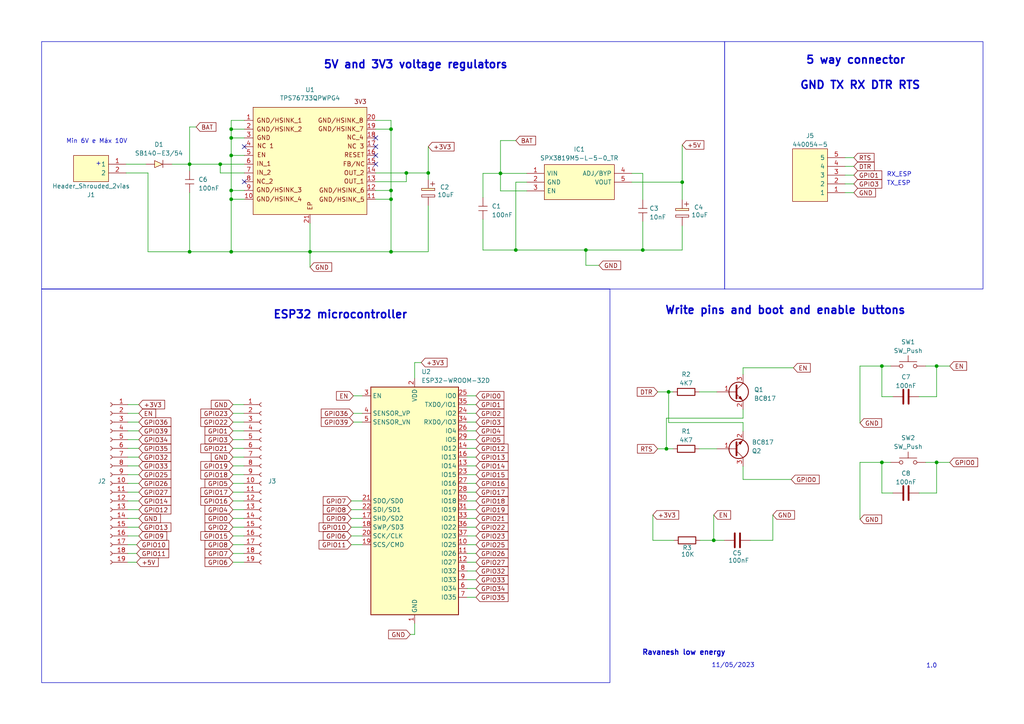
<source format=kicad_sch>
(kicad_sch (version 20230121) (generator eeschema)

  (uuid 666c662c-9e49-415a-9e51-2f622b9cc51b)

  (paper "A4")

  (lib_symbols
    (symbol "Capacitor_0805_2_1" (pin_numbers hide) (pin_names hide) (in_bom yes) (on_board yes)
      (property "Reference" "C1" (at -1.27 -1.905 90)
        (effects (font (size 1.27 1.27)) (justify right))
      )
      (property "Value" "100nF" (at -3.81 -1.905 90)
        (effects (font (size 1.27 1.27)) (justify right))
      )
      (property "Footprint" "My_library_footprint:CAPC2012X88N" (at -1.27 -3.175 0)
        (effects (font (size 1.27 1.27)) hide)
      )
      (property "Datasheet" "" (at -1.27 0 0)
        (effects (font (size 1.27 1.27)) hide)
      )
      (symbol "Capacitor_0805_2_1_0_1"
        (polyline
          (pts
            (xy -2.54 1.27)
            (xy -2.54 -1.27)
          )
          (stroke (width 0) (type default))
          (fill (type none))
        )
        (polyline
          (pts
            (xy -1.27 -1.27)
            (xy -1.27 1.27)
          )
          (stroke (width 0) (type default))
          (fill (type none))
        )
      )
      (symbol "Capacitor_0805_2_1_1_1"
        (pin bidirectional line (at -5.08 0 0) (length 2.54)
          (name "" (effects (font (size 1.27 1.27))))
          (number "1" (effects (font (size 1.27 1.27))))
        )
        (pin bidirectional line (at 1.27 0 180) (length 2.54)
          (name "" (effects (font (size 1.27 1.27))))
          (number "2" (effects (font (size 1.27 1.27))))
        )
      )
    )
    (symbol "Capacitor_0805_2_2" (pin_numbers hide) (pin_names hide) (in_bom yes) (on_board yes)
      (property "Reference" "C1" (at -1.27 -1.905 90)
        (effects (font (size 1.27 1.27)) (justify right))
      )
      (property "Value" "100nF" (at -3.81 -1.905 90)
        (effects (font (size 1.27 1.27)) (justify right))
      )
      (property "Footprint" "My_library_footprint:CAPC2012X88N" (at -1.27 -3.175 0)
        (effects (font (size 1.27 1.27)) hide)
      )
      (property "Datasheet" "" (at -1.27 0 0)
        (effects (font (size 1.27 1.27)) hide)
      )
      (symbol "Capacitor_0805_2_2_0_1"
        (polyline
          (pts
            (xy -2.54 1.27)
            (xy -2.54 -1.27)
          )
          (stroke (width 0) (type default))
          (fill (type none))
        )
        (polyline
          (pts
            (xy -1.27 -1.27)
            (xy -1.27 1.27)
          )
          (stroke (width 0) (type default))
          (fill (type none))
        )
      )
      (symbol "Capacitor_0805_2_2_1_1"
        (pin bidirectional line (at -5.08 0 0) (length 2.54)
          (name "" (effects (font (size 1.27 1.27))))
          (number "1" (effects (font (size 1.27 1.27))))
        )
        (pin bidirectional line (at 1.27 0 180) (length 2.54)
          (name "" (effects (font (size 1.27 1.27))))
          (number "2" (effects (font (size 1.27 1.27))))
        )
      )
    )
    (symbol "Connector:Conn_01x19_Socket" (pin_names (offset 1.016) hide) (in_bom yes) (on_board yes)
      (property "Reference" "J" (at 0 25.4 0)
        (effects (font (size 1.27 1.27)))
      )
      (property "Value" "Conn_01x19_Socket" (at 0 -25.4 0)
        (effects (font (size 1.27 1.27)))
      )
      (property "Footprint" "" (at 0 0 0)
        (effects (font (size 1.27 1.27)) hide)
      )
      (property "Datasheet" "~" (at 0 0 0)
        (effects (font (size 1.27 1.27)) hide)
      )
      (property "ki_locked" "" (at 0 0 0)
        (effects (font (size 1.27 1.27)))
      )
      (property "ki_keywords" "connector" (at 0 0 0)
        (effects (font (size 1.27 1.27)) hide)
      )
      (property "ki_description" "Generic connector, single row, 01x19, script generated" (at 0 0 0)
        (effects (font (size 1.27 1.27)) hide)
      )
      (property "ki_fp_filters" "Connector*:*_1x??_*" (at 0 0 0)
        (effects (font (size 1.27 1.27)) hide)
      )
      (symbol "Conn_01x19_Socket_1_1"
        (arc (start 0 -22.352) (mid -0.5058 -22.86) (end 0 -23.368)
          (stroke (width 0.1524) (type default))
          (fill (type none))
        )
        (arc (start 0 -19.812) (mid -0.5058 -20.32) (end 0 -20.828)
          (stroke (width 0.1524) (type default))
          (fill (type none))
        )
        (arc (start 0 -17.272) (mid -0.5058 -17.78) (end 0 -18.288)
          (stroke (width 0.1524) (type default))
          (fill (type none))
        )
        (arc (start 0 -14.732) (mid -0.5058 -15.24) (end 0 -15.748)
          (stroke (width 0.1524) (type default))
          (fill (type none))
        )
        (arc (start 0 -12.192) (mid -0.5058 -12.7) (end 0 -13.208)
          (stroke (width 0.1524) (type default))
          (fill (type none))
        )
        (arc (start 0 -9.652) (mid -0.5058 -10.16) (end 0 -10.668)
          (stroke (width 0.1524) (type default))
          (fill (type none))
        )
        (arc (start 0 -7.112) (mid -0.5058 -7.62) (end 0 -8.128)
          (stroke (width 0.1524) (type default))
          (fill (type none))
        )
        (arc (start 0 -4.572) (mid -0.5058 -5.08) (end 0 -5.588)
          (stroke (width 0.1524) (type default))
          (fill (type none))
        )
        (arc (start 0 -2.032) (mid -0.5058 -2.54) (end 0 -3.048)
          (stroke (width 0.1524) (type default))
          (fill (type none))
        )
        (polyline
          (pts
            (xy -1.27 -22.86)
            (xy -0.508 -22.86)
          )
          (stroke (width 0.1524) (type default))
          (fill (type none))
        )
        (polyline
          (pts
            (xy -1.27 -20.32)
            (xy -0.508 -20.32)
          )
          (stroke (width 0.1524) (type default))
          (fill (type none))
        )
        (polyline
          (pts
            (xy -1.27 -17.78)
            (xy -0.508 -17.78)
          )
          (stroke (width 0.1524) (type default))
          (fill (type none))
        )
        (polyline
          (pts
            (xy -1.27 -15.24)
            (xy -0.508 -15.24)
          )
          (stroke (width 0.1524) (type default))
          (fill (type none))
        )
        (polyline
          (pts
            (xy -1.27 -12.7)
            (xy -0.508 -12.7)
          )
          (stroke (width 0.1524) (type default))
          (fill (type none))
        )
        (polyline
          (pts
            (xy -1.27 -10.16)
            (xy -0.508 -10.16)
          )
          (stroke (width 0.1524) (type default))
          (fill (type none))
        )
        (polyline
          (pts
            (xy -1.27 -7.62)
            (xy -0.508 -7.62)
          )
          (stroke (width 0.1524) (type default))
          (fill (type none))
        )
        (polyline
          (pts
            (xy -1.27 -5.08)
            (xy -0.508 -5.08)
          )
          (stroke (width 0.1524) (type default))
          (fill (type none))
        )
        (polyline
          (pts
            (xy -1.27 -2.54)
            (xy -0.508 -2.54)
          )
          (stroke (width 0.1524) (type default))
          (fill (type none))
        )
        (polyline
          (pts
            (xy -1.27 0)
            (xy -0.508 0)
          )
          (stroke (width 0.1524) (type default))
          (fill (type none))
        )
        (polyline
          (pts
            (xy -1.27 2.54)
            (xy -0.508 2.54)
          )
          (stroke (width 0.1524) (type default))
          (fill (type none))
        )
        (polyline
          (pts
            (xy -1.27 5.08)
            (xy -0.508 5.08)
          )
          (stroke (width 0.1524) (type default))
          (fill (type none))
        )
        (polyline
          (pts
            (xy -1.27 7.62)
            (xy -0.508 7.62)
          )
          (stroke (width 0.1524) (type default))
          (fill (type none))
        )
        (polyline
          (pts
            (xy -1.27 10.16)
            (xy -0.508 10.16)
          )
          (stroke (width 0.1524) (type default))
          (fill (type none))
        )
        (polyline
          (pts
            (xy -1.27 12.7)
            (xy -0.508 12.7)
          )
          (stroke (width 0.1524) (type default))
          (fill (type none))
        )
        (polyline
          (pts
            (xy -1.27 15.24)
            (xy -0.508 15.24)
          )
          (stroke (width 0.1524) (type default))
          (fill (type none))
        )
        (polyline
          (pts
            (xy -1.27 17.78)
            (xy -0.508 17.78)
          )
          (stroke (width 0.1524) (type default))
          (fill (type none))
        )
        (polyline
          (pts
            (xy -1.27 20.32)
            (xy -0.508 20.32)
          )
          (stroke (width 0.1524) (type default))
          (fill (type none))
        )
        (polyline
          (pts
            (xy -1.27 22.86)
            (xy -0.508 22.86)
          )
          (stroke (width 0.1524) (type default))
          (fill (type none))
        )
        (arc (start 0 0.508) (mid -0.5058 0) (end 0 -0.508)
          (stroke (width 0.1524) (type default))
          (fill (type none))
        )
        (arc (start 0 3.048) (mid -0.5058 2.54) (end 0 2.032)
          (stroke (width 0.1524) (type default))
          (fill (type none))
        )
        (arc (start 0 5.588) (mid -0.5058 5.08) (end 0 4.572)
          (stroke (width 0.1524) (type default))
          (fill (type none))
        )
        (arc (start 0 8.128) (mid -0.5058 7.62) (end 0 7.112)
          (stroke (width 0.1524) (type default))
          (fill (type none))
        )
        (arc (start 0 10.668) (mid -0.5058 10.16) (end 0 9.652)
          (stroke (width 0.1524) (type default))
          (fill (type none))
        )
        (arc (start 0 13.208) (mid -0.5058 12.7) (end 0 12.192)
          (stroke (width 0.1524) (type default))
          (fill (type none))
        )
        (arc (start 0 15.748) (mid -0.5058 15.24) (end 0 14.732)
          (stroke (width 0.1524) (type default))
          (fill (type none))
        )
        (arc (start 0 18.288) (mid -0.5058 17.78) (end 0 17.272)
          (stroke (width 0.1524) (type default))
          (fill (type none))
        )
        (arc (start 0 20.828) (mid -0.5058 20.32) (end 0 19.812)
          (stroke (width 0.1524) (type default))
          (fill (type none))
        )
        (arc (start 0 23.368) (mid -0.5058 22.86) (end 0 22.352)
          (stroke (width 0.1524) (type default))
          (fill (type none))
        )
        (pin passive line (at -5.08 22.86 0) (length 3.81)
          (name "Pin_1" (effects (font (size 1.27 1.27))))
          (number "1" (effects (font (size 1.27 1.27))))
        )
        (pin passive line (at -5.08 0 0) (length 3.81)
          (name "Pin_10" (effects (font (size 1.27 1.27))))
          (number "10" (effects (font (size 1.27 1.27))))
        )
        (pin passive line (at -5.08 -2.54 0) (length 3.81)
          (name "Pin_11" (effects (font (size 1.27 1.27))))
          (number "11" (effects (font (size 1.27 1.27))))
        )
        (pin passive line (at -5.08 -5.08 0) (length 3.81)
          (name "Pin_12" (effects (font (size 1.27 1.27))))
          (number "12" (effects (font (size 1.27 1.27))))
        )
        (pin passive line (at -5.08 -7.62 0) (length 3.81)
          (name "Pin_13" (effects (font (size 1.27 1.27))))
          (number "13" (effects (font (size 1.27 1.27))))
        )
        (pin passive line (at -5.08 -10.16 0) (length 3.81)
          (name "Pin_14" (effects (font (size 1.27 1.27))))
          (number "14" (effects (font (size 1.27 1.27))))
        )
        (pin passive line (at -5.08 -12.7 0) (length 3.81)
          (name "Pin_15" (effects (font (size 1.27 1.27))))
          (number "15" (effects (font (size 1.27 1.27))))
        )
        (pin passive line (at -5.08 -15.24 0) (length 3.81)
          (name "Pin_16" (effects (font (size 1.27 1.27))))
          (number "16" (effects (font (size 1.27 1.27))))
        )
        (pin passive line (at -5.08 -17.78 0) (length 3.81)
          (name "Pin_17" (effects (font (size 1.27 1.27))))
          (number "17" (effects (font (size 1.27 1.27))))
        )
        (pin passive line (at -5.08 -20.32 0) (length 3.81)
          (name "Pin_18" (effects (font (size 1.27 1.27))))
          (number "18" (effects (font (size 1.27 1.27))))
        )
        (pin passive line (at -5.08 -22.86 0) (length 3.81)
          (name "Pin_19" (effects (font (size 1.27 1.27))))
          (number "19" (effects (font (size 1.27 1.27))))
        )
        (pin passive line (at -5.08 20.32 0) (length 3.81)
          (name "Pin_2" (effects (font (size 1.27 1.27))))
          (number "2" (effects (font (size 1.27 1.27))))
        )
        (pin passive line (at -5.08 17.78 0) (length 3.81)
          (name "Pin_3" (effects (font (size 1.27 1.27))))
          (number "3" (effects (font (size 1.27 1.27))))
        )
        (pin passive line (at -5.08 15.24 0) (length 3.81)
          (name "Pin_4" (effects (font (size 1.27 1.27))))
          (number "4" (effects (font (size 1.27 1.27))))
        )
        (pin passive line (at -5.08 12.7 0) (length 3.81)
          (name "Pin_5" (effects (font (size 1.27 1.27))))
          (number "5" (effects (font (size 1.27 1.27))))
        )
        (pin passive line (at -5.08 10.16 0) (length 3.81)
          (name "Pin_6" (effects (font (size 1.27 1.27))))
          (number "6" (effects (font (size 1.27 1.27))))
        )
        (pin passive line (at -5.08 7.62 0) (length 3.81)
          (name "Pin_7" (effects (font (size 1.27 1.27))))
          (number "7" (effects (font (size 1.27 1.27))))
        )
        (pin passive line (at -5.08 5.08 0) (length 3.81)
          (name "Pin_8" (effects (font (size 1.27 1.27))))
          (number "8" (effects (font (size 1.27 1.27))))
        )
        (pin passive line (at -5.08 2.54 0) (length 3.81)
          (name "Pin_9" (effects (font (size 1.27 1.27))))
          (number "9" (effects (font (size 1.27 1.27))))
        )
      )
    )
    (symbol "Device:C" (pin_numbers hide) (pin_names (offset 0.254)) (in_bom yes) (on_board yes)
      (property "Reference" "C" (at 0.635 2.54 0)
        (effects (font (size 1.27 1.27)) (justify left))
      )
      (property "Value" "C" (at 0.635 -2.54 0)
        (effects (font (size 1.27 1.27)) (justify left))
      )
      (property "Footprint" "" (at 0.9652 -3.81 0)
        (effects (font (size 1.27 1.27)) hide)
      )
      (property "Datasheet" "~" (at 0 0 0)
        (effects (font (size 1.27 1.27)) hide)
      )
      (property "ki_keywords" "cap capacitor" (at 0 0 0)
        (effects (font (size 1.27 1.27)) hide)
      )
      (property "ki_description" "Unpolarized capacitor" (at 0 0 0)
        (effects (font (size 1.27 1.27)) hide)
      )
      (property "ki_fp_filters" "C_*" (at 0 0 0)
        (effects (font (size 1.27 1.27)) hide)
      )
      (symbol "C_0_1"
        (polyline
          (pts
            (xy -2.032 -0.762)
            (xy 2.032 -0.762)
          )
          (stroke (width 0.508) (type default))
          (fill (type none))
        )
        (polyline
          (pts
            (xy -2.032 0.762)
            (xy 2.032 0.762)
          )
          (stroke (width 0.508) (type default))
          (fill (type none))
        )
      )
      (symbol "C_1_1"
        (pin passive line (at 0 3.81 270) (length 2.794)
          (name "~" (effects (font (size 1.27 1.27))))
          (number "1" (effects (font (size 1.27 1.27))))
        )
        (pin passive line (at 0 -3.81 90) (length 2.794)
          (name "~" (effects (font (size 1.27 1.27))))
          (number "2" (effects (font (size 1.27 1.27))))
        )
      )
    )
    (symbol "Device:R" (pin_numbers hide) (pin_names (offset 0)) (in_bom yes) (on_board yes)
      (property "Reference" "R" (at 2.032 0 90)
        (effects (font (size 1.27 1.27)))
      )
      (property "Value" "R" (at 0 0 90)
        (effects (font (size 1.27 1.27)))
      )
      (property "Footprint" "" (at -1.778 0 90)
        (effects (font (size 1.27 1.27)) hide)
      )
      (property "Datasheet" "~" (at 0 0 0)
        (effects (font (size 1.27 1.27)) hide)
      )
      (property "ki_keywords" "R res resistor" (at 0 0 0)
        (effects (font (size 1.27 1.27)) hide)
      )
      (property "ki_description" "Resistor" (at 0 0 0)
        (effects (font (size 1.27 1.27)) hide)
      )
      (property "ki_fp_filters" "R_*" (at 0 0 0)
        (effects (font (size 1.27 1.27)) hide)
      )
      (symbol "R_0_1"
        (rectangle (start -1.016 -2.54) (end 1.016 2.54)
          (stroke (width 0.254) (type default))
          (fill (type none))
        )
      )
      (symbol "R_1_1"
        (pin passive line (at 0 3.81 270) (length 1.27)
          (name "~" (effects (font (size 1.27 1.27))))
          (number "1" (effects (font (size 1.27 1.27))))
        )
        (pin passive line (at 0 -3.81 90) (length 1.27)
          (name "~" (effects (font (size 1.27 1.27))))
          (number "2" (effects (font (size 1.27 1.27))))
        )
      )
    )
    (symbol "My_library:440054-5" (pin_names (offset 0.762)) (in_bom yes) (on_board yes)
      (property "Reference" "J" (at 16.51 7.62 0)
        (effects (font (size 1.27 1.27)) (justify left))
      )
      (property "Value" "440054-5" (at 16.51 5.08 0)
        (effects (font (size 1.27 1.27)) (justify left))
      )
      (property "Footprint" "My_library_footprint:Header_Shrouded_5vias" (at 16.51 2.54 0)
        (effects (font (size 1.27 1.27)) (justify left) hide)
      )
      (property "Datasheet" "https://www.te.com/commerce/DocumentDelivery/DDEController?Action=showdoc&DocId=Customer+Drawing%7F440054%7FF8%7Fpdf%7FEnglish%7FENG_CD_440054_F8.pdf%7F440054-5" (at 16.51 0 0)
        (effects (font (size 1.27 1.27)) (justify left) hide)
      )
      (property "Description" "2.0MM,HDR,5POS,VERTICAL" (at 16.51 -2.54 0)
        (effects (font (size 1.27 1.27)) (justify left) hide)
      )
      (property "Height" "6.35" (at 16.51 -5.08 0)
        (effects (font (size 1.27 1.27)) (justify left) hide)
      )
      (property "Mouser Part Number" "571-440054-5" (at 16.51 -7.62 0)
        (effects (font (size 1.27 1.27)) (justify left) hide)
      )
      (property "Mouser Price/Stock" "https://www.mouser.co.uk/ProductDetail/TE-Connectivity/440054-5?qs=JFPmFzpscO49oL3wfLTOTw%3D%3D" (at 16.51 -10.16 0)
        (effects (font (size 1.27 1.27)) (justify left) hide)
      )
      (property "Manufacturer_Name" "TE Connectivity" (at 16.51 -12.7 0)
        (effects (font (size 1.27 1.27)) (justify left) hide)
      )
      (property "Manufacturer_Part_Number" "440054-5" (at 16.51 -15.24 0)
        (effects (font (size 1.27 1.27)) (justify left) hide)
      )
      (property "ki_description" "2.0MM,HDR,5POS,VERTICAL" (at 0 0 0)
        (effects (font (size 1.27 1.27)) hide)
      )
      (symbol "440054-5_0_0"
        (pin passive line (at 0 0 0) (length 5.08)
          (name "1" (effects (font (size 1.27 1.27))))
          (number "1" (effects (font (size 1.27 1.27))))
        )
        (pin passive line (at 0 -2.54 0) (length 5.08)
          (name "2" (effects (font (size 1.27 1.27))))
          (number "2" (effects (font (size 1.27 1.27))))
        )
        (pin passive line (at 0 -5.08 0) (length 5.08)
          (name "3" (effects (font (size 1.27 1.27))))
          (number "3" (effects (font (size 1.27 1.27))))
        )
        (pin passive line (at 0 -7.62 0) (length 5.08)
          (name "4" (effects (font (size 1.27 1.27))))
          (number "4" (effects (font (size 1.27 1.27))))
        )
        (pin passive line (at 0 -10.16 0) (length 5.08)
          (name "5" (effects (font (size 1.27 1.27))))
          (number "5" (effects (font (size 1.27 1.27))))
        )
      )
      (symbol "440054-5_1_1"
        (polyline
          (pts
            (xy 5.08 2.54)
            (xy 15.24 2.54)
            (xy 15.24 -12.7)
            (xy 5.08 -12.7)
            (xy 5.08 2.54)
          )
          (stroke (width 0.1524) (type solid))
          (fill (type background))
        )
      )
    )
    (symbol "My_library:Capacitor_0805_2" (pin_numbers hide) (pin_names hide) (in_bom yes) (on_board yes)
      (property "Reference" "C1" (at -1.27 -1.905 90)
        (effects (font (size 1.27 1.27)) (justify right))
      )
      (property "Value" "100nF" (at -3.81 -1.905 90)
        (effects (font (size 1.27 1.27)) (justify right))
      )
      (property "Footprint" "My_library_footprint:CAPC2012X88N" (at -1.27 -3.175 0)
        (effects (font (size 1.27 1.27)) hide)
      )
      (property "Datasheet" "" (at -1.27 0 0)
        (effects (font (size 1.27 1.27)) hide)
      )
      (symbol "Capacitor_0805_2_0_1"
        (polyline
          (pts
            (xy -2.54 1.27)
            (xy -2.54 -1.27)
          )
          (stroke (width 0) (type default))
          (fill (type none))
        )
        (polyline
          (pts
            (xy -1.27 -1.27)
            (xy -1.27 1.27)
          )
          (stroke (width 0) (type default))
          (fill (type none))
        )
      )
      (symbol "Capacitor_0805_2_1_1"
        (pin bidirectional line (at -5.08 0 0) (length 2.54)
          (name "" (effects (font (size 1.27 1.27))))
          (number "1" (effects (font (size 1.27 1.27))))
        )
        (pin bidirectional line (at 1.27 0 180) (length 2.54)
          (name "" (effects (font (size 1.27 1.27))))
          (number "2" (effects (font (size 1.27 1.27))))
        )
      )
    )
    (symbol "My_library:Capacitor_Eletrolítico" (pin_numbers hide) (pin_names hide) (in_bom yes) (on_board yes)
      (property "Reference" "C2" (at 0.3175 -4.7625 90)
        (effects (font (size 1.27 1.27)))
      )
      (property "Value" "10uF" (at -1.905 -5.08 90)
        (effects (font (size 1.27 1.27)))
      )
      (property "Footprint" "My_library_footprint:CAPAE630X610N" (at 0 -3.175 0)
        (effects (font (size 1.27 1.27)) hide)
      )
      (property "Datasheet" "https://br.mouser.com/ProductDetail/Cornell-Dubilier-CDE/AFK106M50D16T-F?qs=AYHylYxnIymXgVaGc9diKQ%3D%3D" (at 0 -6.35 0)
        (effects (font (size 1.27 1.27)) hide)
      )
      (symbol "Capacitor_Eletrolítico_0_1"
        (rectangle (start -2.54 1.905) (end -1.905 -1.905)
          (stroke (width 0) (type default))
          (fill (type none))
        )
      )
      (symbol "Capacitor_Eletrolítico_1_1"
        (rectangle (start -0.635 1.905) (end 0 -1.905)
          (stroke (width 0) (type default))
          (fill (type background))
        )
        (polyline
          (pts
            (xy 0.635 -1.27)
            (xy 1.905 -1.27)
          )
          (stroke (width 0) (type default))
          (fill (type none))
        )
        (polyline
          (pts
            (xy 1.27 -0.635)
            (xy 1.27 -1.905)
          )
          (stroke (width 0) (type default))
          (fill (type none))
        )
        (pin bidirectional line (at -5.08 0 0) (length 2.54)
          (name "" (effects (font (size 1.27 1.27))))
          (number "1" (effects (font (size 1.27 1.27))))
        )
        (pin bidirectional line (at 2.54 0 180) (length 2.54)
          (name "" (effects (font (size 1.27 1.27))))
          (number "2" (effects (font (size 1.27 1.27))))
        )
      )
    )
    (symbol "My_library:Diodo_1" (pin_numbers hide) (pin_names hide) (in_bom yes) (on_board yes)
      (property "Reference" "D1" (at 0 5.08 0)
        (effects (font (size 1.27 1.27)))
      )
      (property "Value" "SB140-E3/54" (at 0 3.175 0)
        (effects (font (size 1.27 1.27)))
      )
      (property "Footprint" "My_library_footprint:Diodo" (at -2.54 -2.54 0)
        (effects (font (size 1.27 1.27)) hide)
      )
      (property "Datasheet" "" (at 0.635 0 0)
        (effects (font (size 1.27 1.27)) hide)
      )
      (symbol "Diodo_1_1_1"
        (polyline
          (pts
            (xy 1.143 0)
            (xy 1.143 1.1684)
            (xy 1.143 -0.9906)
          )
          (stroke (width 0) (type default))
          (fill (type none))
        )
        (polyline
          (pts
            (xy -1.27 1.0414)
            (xy -1.27 -0.9906)
            (xy 1.0668 -0.0254)
            (xy -1.27 1.0414)
          )
          (stroke (width 0) (type default))
          (fill (type background))
        )
        (pin passive line (at -3.81 0 0) (length 2.54)
          (name "~" (effects (font (size 1.27 1.27))))
          (number "1" (effects (font (size 1.27 1.27))))
        )
        (pin passive line (at 3.81 0 180) (length 2.54)
          (name "~" (effects (font (size 1.27 1.27))))
          (number "2" (effects (font (size 1.27 1.27))))
        )
      )
    )
    (symbol "My_library:ESP32-WROOM-32D_1" (in_bom yes) (on_board yes)
      (property "Reference" "U3" (at 1.9559 37.465 0)
        (effects (font (size 1.27 1.27)) (justify left))
      )
      (property "Value" "ESP32-WROOM-32D" (at 1.9559 34.925 0)
        (effects (font (size 1.27 1.27)) (justify left))
      )
      (property "Footprint" "RF_Module:ESP32-WROOM-32D" (at 16.51 -34.29 0)
        (effects (font (size 1.27 1.27)) hide)
      )
      (property "Datasheet" "https://www.espressif.com/sites/default/files/documentation/esp32-wroom-32d_esp32-wroom-32u_datasheet_en.pdf" (at -7.62 1.27 0)
        (effects (font (size 1.27 1.27)) hide)
      )
      (property "ki_keywords" "RF Radio BT ESP ESP32 Espressif onboard PCB antenna" (at 0 0 0)
        (effects (font (size 1.27 1.27)) hide)
      )
      (property "ki_description" "RF Module, ESP32-D0WD SoC, Wi-Fi 802.11b/g/n, Bluetooth, BLE, 32-bit, 2.7-3.6V, onboard antenna, SMD" (at 0 0 0)
        (effects (font (size 1.27 1.27)) hide)
      )
      (property "ki_fp_filters" "ESP32?WROOM?32D*" (at 0 0 0)
        (effects (font (size 1.27 1.27)) hide)
      )
      (symbol "ESP32-WROOM-32D_1_0_1"
        (rectangle (start -12.7 33.02) (end 12.7 -33.02)
          (stroke (width 0.254) (type default))
          (fill (type background))
        )
      )
      (symbol "ESP32-WROOM-32D_1_1_1"
        (pin passive line (at 0 -35.56 90) (length 2.54)
          (name "GND" (effects (font (size 1.27 1.27))))
          (number "1" (effects (font (size 1.27 1.27))))
        )
        (pin bidirectional line (at 15.24 -12.7 180) (length 2.54)
          (name "IO25" (effects (font (size 1.27 1.27))))
          (number "10" (effects (font (size 1.27 1.27))))
        )
        (pin bidirectional line (at 15.24 -15.24 180) (length 2.54)
          (name "IO26" (effects (font (size 1.27 1.27))))
          (number "11" (effects (font (size 1.27 1.27))))
        )
        (pin bidirectional line (at 15.24 -17.78 180) (length 2.54)
          (name "IO27" (effects (font (size 1.27 1.27))))
          (number "12" (effects (font (size 1.27 1.27))))
        )
        (pin bidirectional line (at 15.24 10.16 180) (length 2.54)
          (name "IO14" (effects (font (size 1.27 1.27))))
          (number "13" (effects (font (size 1.27 1.27))))
        )
        (pin bidirectional line (at 15.24 15.24 180) (length 2.54)
          (name "IO12" (effects (font (size 1.27 1.27))))
          (number "14" (effects (font (size 1.27 1.27))))
        )
        (pin passive line (at 0 -35.56 90) (length 2.54) hide
          (name "GND" (effects (font (size 1.27 1.27))))
          (number "15" (effects (font (size 1.27 1.27))))
        )
        (pin bidirectional line (at 15.24 12.7 180) (length 2.54)
          (name "IO13" (effects (font (size 1.27 1.27))))
          (number "16" (effects (font (size 1.27 1.27))))
        )
        (pin bidirectional line (at -15.24 -5.08 0) (length 2.54)
          (name "SHD/SD2" (effects (font (size 1.27 1.27))))
          (number "17" (effects (font (size 1.27 1.27))))
        )
        (pin bidirectional line (at -15.24 -7.62 0) (length 2.54)
          (name "SWP/SD3" (effects (font (size 1.27 1.27))))
          (number "18" (effects (font (size 1.27 1.27))))
        )
        (pin bidirectional line (at -15.24 -12.7 0) (length 2.54)
          (name "SCS/CMD" (effects (font (size 1.27 1.27))))
          (number "19" (effects (font (size 1.27 1.27))))
        )
        (pin passive line (at 0 35.56 270) (length 2.54)
          (name "VDD" (effects (font (size 1.27 1.27))))
          (number "2" (effects (font (size 1.27 1.27))))
        )
        (pin bidirectional line (at -15.24 -10.16 0) (length 2.54)
          (name "SCK/CLK" (effects (font (size 1.27 1.27))))
          (number "20" (effects (font (size 1.27 1.27))))
        )
        (pin bidirectional line (at -15.24 0 0) (length 2.54)
          (name "SDO/SD0" (effects (font (size 1.27 1.27))))
          (number "21" (effects (font (size 1.27 1.27))))
        )
        (pin bidirectional line (at -15.24 -2.54 0) (length 2.54)
          (name "SDI/SD1" (effects (font (size 1.27 1.27))))
          (number "22" (effects (font (size 1.27 1.27))))
        )
        (pin bidirectional line (at 15.24 7.62 180) (length 2.54)
          (name "IO15" (effects (font (size 1.27 1.27))))
          (number "23" (effects (font (size 1.27 1.27))))
        )
        (pin bidirectional line (at 15.24 25.4 180) (length 2.54)
          (name "IO2" (effects (font (size 1.27 1.27))))
          (number "24" (effects (font (size 1.27 1.27))))
        )
        (pin bidirectional line (at 15.24 30.48 180) (length 2.54)
          (name "IO0" (effects (font (size 1.27 1.27))))
          (number "25" (effects (font (size 1.27 1.27))))
        )
        (pin bidirectional line (at 15.24 20.32 180) (length 2.54)
          (name "IO4" (effects (font (size 1.27 1.27))))
          (number "26" (effects (font (size 1.27 1.27))))
        )
        (pin bidirectional line (at 15.24 5.08 180) (length 2.54)
          (name "IO16" (effects (font (size 1.27 1.27))))
          (number "27" (effects (font (size 1.27 1.27))))
        )
        (pin bidirectional line (at 15.24 2.54 180) (length 2.54)
          (name "IO17" (effects (font (size 1.27 1.27))))
          (number "28" (effects (font (size 1.27 1.27))))
        )
        (pin bidirectional line (at 15.24 17.78 180) (length 2.54)
          (name "IO5" (effects (font (size 1.27 1.27))))
          (number "29" (effects (font (size 1.27 1.27))))
        )
        (pin input line (at -15.24 30.48 0) (length 2.54)
          (name "EN" (effects (font (size 1.27 1.27))))
          (number "3" (effects (font (size 1.27 1.27))))
        )
        (pin bidirectional line (at 15.24 0 180) (length 2.54)
          (name "IO18" (effects (font (size 1.27 1.27))))
          (number "30" (effects (font (size 1.27 1.27))))
        )
        (pin bidirectional line (at 15.24 -2.54 180) (length 2.54)
          (name "IO19" (effects (font (size 1.27 1.27))))
          (number "31" (effects (font (size 1.27 1.27))))
        )
        (pin no_connect line (at -12.7 -27.94 0) (length 2.54) hide
          (name "NC" (effects (font (size 1.27 1.27))))
          (number "32" (effects (font (size 1.27 1.27))))
        )
        (pin bidirectional line (at 15.24 -5.08 180) (length 2.54)
          (name "IO21" (effects (font (size 1.27 1.27))))
          (number "33" (effects (font (size 1.27 1.27))))
        )
        (pin bidirectional line (at 15.24 22.86 180) (length 2.54)
          (name "RXD0/IO3" (effects (font (size 1.27 1.27))))
          (number "34" (effects (font (size 1.27 1.27))))
        )
        (pin bidirectional line (at 15.24 27.94 180) (length 2.54)
          (name "TXD0/IO1" (effects (font (size 1.27 1.27))))
          (number "35" (effects (font (size 1.27 1.27))))
        )
        (pin bidirectional line (at 15.24 -7.62 180) (length 2.54)
          (name "IO22" (effects (font (size 1.27 1.27))))
          (number "36" (effects (font (size 1.27 1.27))))
        )
        (pin bidirectional line (at 15.24 -10.16 180) (length 2.54)
          (name "IO23" (effects (font (size 1.27 1.27))))
          (number "37" (effects (font (size 1.27 1.27))))
        )
        (pin passive line (at 0 -35.56 90) (length 2.54) hide
          (name "GND" (effects (font (size 1.27 1.27))))
          (number "38" (effects (font (size 1.27 1.27))))
        )
        (pin passive line (at 0 -35.56 90) (length 2.54) hide
          (name "GND" (effects (font (size 1.27 1.27))))
          (number "39" (effects (font (size 1.27 1.27))))
        )
        (pin input line (at -15.24 25.4 0) (length 2.54)
          (name "SENSOR_VP" (effects (font (size 1.27 1.27))))
          (number "4" (effects (font (size 1.27 1.27))))
        )
        (pin input line (at -15.24 22.86 0) (length 2.54)
          (name "SENSOR_VN" (effects (font (size 1.27 1.27))))
          (number "5" (effects (font (size 1.27 1.27))))
        )
        (pin input line (at 15.24 -25.4 180) (length 2.54)
          (name "IO34" (effects (font (size 1.27 1.27))))
          (number "6" (effects (font (size 1.27 1.27))))
        )
        (pin input line (at 15.24 -27.94 180) (length 2.54)
          (name "IO35" (effects (font (size 1.27 1.27))))
          (number "7" (effects (font (size 1.27 1.27))))
        )
        (pin bidirectional line (at 15.24 -20.32 180) (length 2.54)
          (name "IO32" (effects (font (size 1.27 1.27))))
          (number "8" (effects (font (size 1.27 1.27))))
        )
        (pin bidirectional line (at 15.24 -22.86 180) (length 2.54)
          (name "IO33" (effects (font (size 1.27 1.27))))
          (number "9" (effects (font (size 1.27 1.27))))
        )
      )
    )
    (symbol "My_library:Header_Shrouded_2vias" (pin_names (offset 0.762)) (in_bom yes) (on_board yes)
      (property "Reference" "J" (at 9.525 6.35 0)
        (effects (font (size 1.27 1.27)) (justify left))
      )
      (property "Value" "Header_Shrouded_2vias" (at 5.08 3.81 0)
        (effects (font (size 1.27 1.27)) (justify left))
      )
      (property "Footprint" "My_library_footprint:Header_Shrouded_2vias" (at 16.51 2.54 0)
        (effects (font (size 1.27 1.27)) (justify left) hide)
      )
      (property "Datasheet" "https://www.te.com/commerce/DocumentDelivery/DDEController?Action=showdoc&DocId=Customer+Drawing%7F440054%7FF8%7Fpdf%7FEnglish%7FENG_CD_440054_F8.pdf%7F1-440054-2" (at 16.51 0 0)
        (effects (font (size 1.27 1.27)) (justify left) hide)
      )
      (property "Description" "Header vert 2 way 2mm HPI TE Connectivity HPI Series, 2mm Pitch 2 Way 1 Row Straight PCB Header, Solder Termination, 3A" (at 16.51 -2.54 0)
        (effects (font (size 1.27 1.27)) (justify left) hide)
      )
      (property "Height" "6.35" (at 16.51 -5.08 0)
        (effects (font (size 1.27 1.27)) (justify left) hide)
      )
      (property "Mouser Part Number" "571-440054-2" (at 16.51 -7.62 0)
        (effects (font (size 1.27 1.27)) (justify left) hide)
      )
      (property "Mouser Price/Stock" "https://www.mouser.co.uk/ProductDetail/TE-Connectivity/440054-2?qs=JFPmFzpscO4RQaczYEA68w%3D%3D" (at 16.51 -10.16 0)
        (effects (font (size 1.27 1.27)) (justify left) hide)
      )
      (property "Manufacturer_Name" "TE Connectivity" (at 16.51 -12.7 0)
        (effects (font (size 1.27 1.27)) (justify left) hide)
      )
      (property "Manufacturer_Part_Number" "440054-2" (at 16.51 -15.24 0)
        (effects (font (size 1.27 1.27)) (justify left) hide)
      )
      (property "ki_description" "Header vert 2 way 2mm HPI TE Connectivity HPI Series, 2mm Pitch 2 Way 1 Row Straight PCB Header, Solder Termination, 3A" (at 0 0 0)
        (effects (font (size 1.27 1.27)) hide)
      )
      (symbol "Header_Shrouded_2vias_0_0"
        (pin passive line (at 0 0 0) (length 5.08)
          (name "1" (effects (font (size 1.27 1.27))))
          (number "1" (effects (font (size 1.27 1.27))))
        )
        (pin passive line (at 0 -2.54 0) (length 5.08)
          (name "2" (effects (font (size 1.27 1.27))))
          (number "2" (effects (font (size 1.27 1.27))))
        )
      )
      (symbol "Header_Shrouded_2vias_1_1"
        (polyline
          (pts
            (xy 5.08 2.54)
            (xy 15.24 2.54)
            (xy 15.24 -5.08)
            (xy 5.08 -5.08)
            (xy 5.08 2.54)
          )
          (stroke (width 0.1524) (type solid))
          (fill (type background))
        )
      )
    )
    (symbol "My_library:SPX3819M5-L-5-0_TR" (pin_names (offset 0.762)) (in_bom yes) (on_board yes)
      (property "Reference" "IC1" (at 15.24 6.985 0)
        (effects (font (size 1.27 1.27)))
      )
      (property "Value" "SPX3819M5-L-5-0_TR" (at 15.24 4.445 0)
        (effects (font (size 1.27 1.27)))
      )
      (property "Footprint" "My_library_footprint:SPX3819M5-L-5-0_TR" (at 5.08 -10.16 0)
        (effects (font (size 1.27 1.27)) (justify left) hide)
      )
      (property "Datasheet" "https://componentsearchengine.com/Datasheets/1/SPX3819M5-L-5-0_TR.pdf" (at -14.605 -13.335 0)
        (effects (font (size 1.27 1.27)) (justify left) hide)
      )
      (property "Height" "1.45" (at 26.67 -5.08 0)
        (effects (font (size 1.27 1.27)) (justify left) hide)
      )
      (property "Description" "LDO Voltage Regulators 500mA Low0Noise LDO Voltage Regulator" (at -14.605 -15.875 0)
        (effects (font (size 1.27 1.27)) (justify left) hide)
      )
      (property "Mouser Part Number" "701-SPX3819M5-L-50TR" (at -14.605 -20.955 0)
        (effects (font (size 1.27 1.27)) (justify left) hide)
      )
      (property "Mouser Price/Stock" "https://www.mouser.com/Search/Refine.aspx?Keyword=701-SPX3819M5-L-50TR" (at -14.605 -23.495 0)
        (effects (font (size 1.27 1.27)) (justify left) hide)
      )
      (property "Manufacturer_Name" "EXAR" (at -14.605 -18.415 0)
        (effects (font (size 1.27 1.27)) (justify left) hide)
      )
      (property "Manufacturer_Part_Number" "SPX3819M5-L-5-0/TR" (at -8.89 -18.415 0)
        (effects (font (size 1.27 1.27)) (justify left) hide)
      )
      (property "ki_description" "LDO Voltage Regulators 500mA Low0Noise LDO Voltage Regulator" (at 0 0 0)
        (effects (font (size 1.27 1.27)) hide)
      )
      (symbol "SPX3819M5-L-5-0_TR_0_0"
        (pin passive line (at 0 0 0) (length 5.08)
          (name "VIN" (effects (font (size 1.27 1.27))))
          (number "1" (effects (font (size 1.27 1.27))))
        )
        (pin passive line (at 0 -2.54 0) (length 5.08)
          (name "GND" (effects (font (size 1.27 1.27))))
          (number "2" (effects (font (size 1.27 1.27))))
        )
        (pin passive line (at 0 -5.08 0) (length 5.08)
          (name "EN" (effects (font (size 1.27 1.27))))
          (number "3" (effects (font (size 1.27 1.27))))
        )
        (pin passive line (at 30.48 0 180) (length 5.08)
          (name "ADJ/BYP" (effects (font (size 1.27 1.27))))
          (number "4" (effects (font (size 1.27 1.27))))
        )
      )
      (symbol "SPX3819M5-L-5-0_TR_1_0"
        (pin passive line (at 30.48 -2.54 180) (length 5.08)
          (name "VOUT" (effects (font (size 1.27 1.27))))
          (number "5" (effects (font (size 1.27 1.27))))
        )
      )
      (symbol "SPX3819M5-L-5-0_TR_1_1"
        (polyline
          (pts
            (xy 5.08 2.54)
            (xy 25.4 2.54)
            (xy 25.4 -7.62)
            (xy 5.08 -7.62)
            (xy 5.08 2.54)
          )
          (stroke (width 0.1524) (type solid))
          (fill (type background))
        )
      )
    )
    (symbol "My_library:TPS76733QPWPG4" (pin_names (offset 40)) (in_bom yes) (on_board yes)
      (property "Reference" "U1" (at 6.35 5.08 0)
        (effects (font (size 1.27 1.27)))
      )
      (property "Value" "TPS76733QPWPG4" (at 6.35 2.54 0)
        (effects (font (size 1.27 1.27)))
      )
      (property "Footprint" "Library_Ravani:SOIC-0,65-20 vias" (at 6.985 -40.64 0)
        (effects (font (size 1.27 1.27)) hide)
      )
      (property "Datasheet" "" (at 0 0 0)
        (effects (font (size 1.27 1.27)) hide)
      )
      (symbol "TPS76733QPWPG4_1_0"
        (pin passive line (at -12.7 -10.16 0) (length 2.54)
          (name "" (effects (font (size 1.27 1.27))))
          (number "3" (effects (font (size 1.27 1.27))))
        )
      )
      (symbol "TPS76733QPWPG4_1_1"
        (rectangle (start -10.16 -1.27) (end 22.86 -32.385)
          (stroke (width 0) (type default))
          (fill (type background))
        )
        (text "3V3" (at 20.95 0.37 0)
          (effects (font (size 1.27 1.27)))
        )
        (text "EN" (at -7.71 -15.08 0)
          (effects (font (size 1.27 1.27)))
        )
        (text "EP" (at 6.35 -29.845 900)
          (effects (font (size 1.27 1.27)))
        )
        (text "FB/NC" (at 19.09 -17.71 0)
          (effects (font (size 1.27 1.27)))
        )
        (text "GND\n" (at -7.11 -10.09 0)
          (effects (font (size 1.27 1.27)))
        )
        (text "GND/HSINK_1" (at -2.54 -5.08 0)
          (effects (font (size 1.27 1.27)))
        )
        (text "GND/HSINK_2" (at -2.54 -7.62 0)
          (effects (font (size 1.27 1.27)))
        )
        (text "GND/HSINK_3" (at -2.61 -25.24 0)
          (effects (font (size 1.27 1.27)))
        )
        (text "GND/HSINK_4" (at -2.61 -27.91 0)
          (effects (font (size 1.27 1.27)))
        )
        (text "GND/HSINK_5" (at 15.56 -28.01 0)
          (effects (font (size 1.27 1.27)))
        )
        (text "GND/HSINK_6" (at 15.56 -25.34 0)
          (effects (font (size 1.27 1.27)))
        )
        (text "GND/HSINK_7" (at 15.32 -7.55 0)
          (effects (font (size 1.27 1.27)))
        )
        (text "GND/HSINK_8" (at 15.24 -5.08 0)
          (effects (font (size 1.27 1.27)))
        )
        (text "IN_1" (at -7.04 -17.61 0)
          (effects (font (size 1.27 1.27)))
        )
        (text "IN_2" (at -7.04 -20.19 0)
          (effects (font (size 1.27 1.27)))
        )
        (text "NC 1" (at -6.57 -12.46 0)
          (effects (font (size 1.27 1.27)))
        )
        (text "NC 3" (at 19.62 -12.56 0)
          (effects (font (size 1.27 1.27)))
        )
        (text "NC_2" (at -6.76 -22.76 0)
          (effects (font (size 1.27 1.27)))
        )
        (text "NC_4" (at 19.47 -9.98 0)
          (effects (font (size 1.27 1.27)))
        )
        (text "OUT_1" (at 19.14 -22.72 0)
          (effects (font (size 1.27 1.27)))
        )
        (text "OUT_2" (at 19.14 -20.28 0)
          (effects (font (size 1.27 1.27)))
        )
        (text "RESET" (at 19.19 -15.08 0)
          (effects (font (size 1.27 1.27)))
        )
        (pin passive line (at -12.7 -5.08 0) (length 2.54)
          (name "" (effects (font (size 1.27 1.27))))
          (number "1" (effects (font (size 1.27 1.27))))
        )
        (pin passive line (at -12.7 -27.94 0) (length 2.54)
          (name "" (effects (font (size 1.27 1.27))))
          (number "10" (effects (font (size 1.27 1.27))))
        )
        (pin passive line (at 25.4 -27.94 180) (length 2.54)
          (name "" (effects (font (size 1.27 1.27))))
          (number "11" (effects (font (size 1.27 1.27))))
        )
        (pin passive line (at 25.4 -25.4 180) (length 2.54)
          (name "" (effects (font (size 1.27 1.27))))
          (number "12" (effects (font (size 1.27 1.27))))
        )
        (pin passive line (at 25.4 -22.86 180) (length 2.54)
          (name "" (effects (font (size 1.27 1.27))))
          (number "13" (effects (font (size 1.27 1.27))))
        )
        (pin passive line (at 25.4 -20.32 180) (length 2.54)
          (name "" (effects (font (size 1.27 1.27))))
          (number "14" (effects (font (size 1.27 1.27))))
        )
        (pin passive line (at 25.4 -17.78 180) (length 2.54)
          (name "" (effects (font (size 1.27 1.27))))
          (number "15" (effects (font (size 1.27 1.27))))
        )
        (pin passive line (at 25.4 -15.24 180) (length 2.54)
          (name "" (effects (font (size 1.27 1.27))))
          (number "16" (effects (font (size 1.27 1.27))))
        )
        (pin passive line (at 25.4 -12.7 180) (length 2.54)
          (name "" (effects (font (size 1.27 1.27))))
          (number "17" (effects (font (size 1.27 1.27))))
        )
        (pin passive line (at 25.4 -10.16 180) (length 2.54)
          (name "" (effects (font (size 1.27 1.27))))
          (number "18" (effects (font (size 1.27 1.27))))
        )
        (pin passive line (at 25.4 -7.62 180) (length 2.54)
          (name "" (effects (font (size 1.27 1.27))))
          (number "19" (effects (font (size 1.27 1.27))))
        )
        (pin passive line (at -12.7 -7.62 0) (length 2.54)
          (name "" (effects (font (size 1.27 1.27))))
          (number "2" (effects (font (size 1.27 1.27))))
        )
        (pin passive line (at 25.4 -5.08 180) (length 2.54)
          (name "" (effects (font (size 1.27 1.27))))
          (number "20" (effects (font (size 1.27 1.27))))
        )
        (pin passive line (at 6.35 -34.925 90) (length 2.54)
          (name "" (effects (font (size 1.27 1.27))))
          (number "21" (effects (font (size 1.27 1.27))))
        )
        (pin passive line (at -12.7 -12.7 0) (length 2.54)
          (name "" (effects (font (size 1.27 1.27))))
          (number "4" (effects (font (size 1.27 1.27))))
        )
        (pin passive line (at -12.7 -15.24 0) (length 2.54)
          (name "" (effects (font (size 1.27 1.27))))
          (number "5" (effects (font (size 1.27 1.27))))
        )
        (pin passive line (at -12.7 -17.78 0) (length 2.54)
          (name "" (effects (font (size 1.27 1.27))))
          (number "6" (effects (font (size 1.27 1.27))))
        )
        (pin passive line (at -12.7 -20.32 0) (length 2.54)
          (name "" (effects (font (size 1.27 1.27))))
          (number "7" (effects (font (size 1.27 1.27))))
        )
        (pin passive line (at -12.7 -22.86 0) (length 2.54)
          (name "" (effects (font (size 1.27 1.27))))
          (number "8" (effects (font (size 1.27 1.27))))
        )
        (pin passive line (at -12.7 -25.4 0) (length 2.54)
          (name "" (effects (font (size 1.27 1.27))))
          (number "9" (effects (font (size 1.27 1.27))))
        )
      )
    )
    (symbol "Switch:SW_Push" (pin_numbers hide) (pin_names (offset 1.016) hide) (in_bom yes) (on_board yes)
      (property "Reference" "SW" (at 1.27 2.54 0)
        (effects (font (size 1.27 1.27)) (justify left))
      )
      (property "Value" "SW_Push" (at 0 -1.524 0)
        (effects (font (size 1.27 1.27)))
      )
      (property "Footprint" "" (at 0 5.08 0)
        (effects (font (size 1.27 1.27)) hide)
      )
      (property "Datasheet" "~" (at 0 5.08 0)
        (effects (font (size 1.27 1.27)) hide)
      )
      (property "ki_keywords" "switch normally-open pushbutton push-button" (at 0 0 0)
        (effects (font (size 1.27 1.27)) hide)
      )
      (property "ki_description" "Push button switch, generic, two pins" (at 0 0 0)
        (effects (font (size 1.27 1.27)) hide)
      )
      (symbol "SW_Push_0_1"
        (circle (center -2.032 0) (radius 0.508)
          (stroke (width 0) (type default))
          (fill (type none))
        )
        (polyline
          (pts
            (xy 0 1.27)
            (xy 0 3.048)
          )
          (stroke (width 0) (type default))
          (fill (type none))
        )
        (polyline
          (pts
            (xy 2.54 1.27)
            (xy -2.54 1.27)
          )
          (stroke (width 0) (type default))
          (fill (type none))
        )
        (circle (center 2.032 0) (radius 0.508)
          (stroke (width 0) (type default))
          (fill (type none))
        )
        (pin passive line (at -5.08 0 0) (length 2.54)
          (name "1" (effects (font (size 1.27 1.27))))
          (number "1" (effects (font (size 1.27 1.27))))
        )
        (pin passive line (at 5.08 0 180) (length 2.54)
          (name "2" (effects (font (size 1.27 1.27))))
          (number "2" (effects (font (size 1.27 1.27))))
        )
      )
    )
    (symbol "Transistor_BJT:BC817" (pin_names (offset 0) hide) (in_bom yes) (on_board yes)
      (property "Reference" "Q" (at 5.08 1.905 0)
        (effects (font (size 1.27 1.27)) (justify left))
      )
      (property "Value" "BC817" (at 5.08 0 0)
        (effects (font (size 1.27 1.27)) (justify left))
      )
      (property "Footprint" "Package_TO_SOT_SMD:SOT-23" (at 5.08 -1.905 0)
        (effects (font (size 1.27 1.27) italic) (justify left) hide)
      )
      (property "Datasheet" "https://www.onsemi.com/pub/Collateral/BC818-D.pdf" (at 0 0 0)
        (effects (font (size 1.27 1.27)) (justify left) hide)
      )
      (property "ki_keywords" "NPN Transistor" (at 0 0 0)
        (effects (font (size 1.27 1.27)) hide)
      )
      (property "ki_description" "0.8A Ic, 45V Vce, NPN Transistor, SOT-23" (at 0 0 0)
        (effects (font (size 1.27 1.27)) hide)
      )
      (property "ki_fp_filters" "SOT?23*" (at 0 0 0)
        (effects (font (size 1.27 1.27)) hide)
      )
      (symbol "BC817_0_1"
        (polyline
          (pts
            (xy 0.635 0.635)
            (xy 2.54 2.54)
          )
          (stroke (width 0) (type default))
          (fill (type none))
        )
        (polyline
          (pts
            (xy 0.635 -0.635)
            (xy 2.54 -2.54)
            (xy 2.54 -2.54)
          )
          (stroke (width 0) (type default))
          (fill (type none))
        )
        (polyline
          (pts
            (xy 0.635 1.905)
            (xy 0.635 -1.905)
            (xy 0.635 -1.905)
          )
          (stroke (width 0.508) (type default))
          (fill (type none))
        )
        (polyline
          (pts
            (xy 1.27 -1.778)
            (xy 1.778 -1.27)
            (xy 2.286 -2.286)
            (xy 1.27 -1.778)
            (xy 1.27 -1.778)
          )
          (stroke (width 0) (type default))
          (fill (type outline))
        )
        (circle (center 1.27 0) (radius 2.8194)
          (stroke (width 0.254) (type default))
          (fill (type none))
        )
      )
      (symbol "BC817_1_1"
        (pin input line (at -5.08 0 0) (length 5.715)
          (name "B" (effects (font (size 1.27 1.27))))
          (number "1" (effects (font (size 1.27 1.27))))
        )
        (pin passive line (at 2.54 -5.08 90) (length 2.54)
          (name "E" (effects (font (size 1.27 1.27))))
          (number "2" (effects (font (size 1.27 1.27))))
        )
        (pin passive line (at 2.54 5.08 270) (length 2.54)
          (name "C" (effects (font (size 1.27 1.27))))
          (number "3" (effects (font (size 1.27 1.27))))
        )
      )
    )
  )

  (junction (at 113.411 73.025) (diameter 0) (color 0 0 0 0)
    (uuid 1c3ce548-1e86-48ae-baca-da6b798077e5)
  )
  (junction (at 54.991 47.625) (diameter 0) (color 0 0 0 0)
    (uuid 1fb41fcd-aa4c-4427-a0f9-0050c071ee27)
  )
  (junction (at 271.653 134.112) (diameter 0) (color 0 0 0 0)
    (uuid 21ceebe2-3e40-4b33-99a7-668c611d7ea2)
  )
  (junction (at 67.056 73.025) (diameter 0) (color 0 0 0 0)
    (uuid 2d87ca5f-7a80-42c5-bb9c-0cbfeda62e7c)
  )
  (junction (at 193.929 113.665) (diameter 0) (color 0 0 0 0)
    (uuid 56b76703-4d99-4a79-8a04-cbfe79283949)
  )
  (junction (at 54.991 73.025) (diameter 0) (color 0 0 0 0)
    (uuid 5d6dd07e-9dea-4bca-8011-cdf12dbcfbfd)
  )
  (junction (at 63.881 47.625) (diameter 0) (color 0 0 0 0)
    (uuid 66dc6a21-635d-4bd6-8171-5d64c6ff6dfe)
  )
  (junction (at 255.778 134.112) (diameter 0) (color 0 0 0 0)
    (uuid 6834cbba-1b19-4658-9dde-4a6383fd835d)
  )
  (junction (at 67.056 45.085) (diameter 0) (color 0 0 0 0)
    (uuid 69482d3c-d04f-4129-8505-cec8a5f659b3)
  )
  (junction (at 117.856 50.165) (diameter 0) (color 0 0 0 0)
    (uuid 78747808-03fa-47d5-8988-29650d582270)
  )
  (junction (at 255.778 106.172) (diameter 0) (color 0 0 0 0)
    (uuid 8fc7fe07-eea5-448b-8034-ae780c234b2b)
  )
  (junction (at 271.653 106.172) (diameter 0) (color 0 0 0 0)
    (uuid 95f36114-b853-4c40-b833-29c842bfb103)
  )
  (junction (at 67.056 40.005) (diameter 0) (color 0 0 0 0)
    (uuid 9ac5c87d-bffd-4993-86b7-89061edbd77f)
  )
  (junction (at 124.206 50.165) (diameter 0) (color 0 0 0 0)
    (uuid 9c83c823-bb73-41be-a4be-4fd50085fdae)
  )
  (junction (at 207.01 156.718) (diameter 0) (color 0 0 0 0)
    (uuid 9fdb835e-956e-4035-8a50-edbe6dc99db7)
  )
  (junction (at 67.056 55.245) (diameter 0) (color 0 0 0 0)
    (uuid a9112ce9-4bf0-4acf-b4f2-fe019638781b)
  )
  (junction (at 113.411 55.245) (diameter 0) (color 0 0 0 0)
    (uuid aa4e63c8-3cdf-4d32-92c3-42ea871f1f0b)
  )
  (junction (at 186.436 72.517) (diameter 0) (color 0 0 0 0)
    (uuid ab263125-846c-4b2c-9856-1d88eee42118)
  )
  (junction (at 169.926 72.517) (diameter 0) (color 0 0 0 0)
    (uuid ad7b2bdb-71f1-4cee-b9b8-97fef3f295e1)
  )
  (junction (at 197.866 52.832) (diameter 0) (color 0 0 0 0)
    (uuid bc321f08-7c1f-41d3-8197-71fd5624a6e2)
  )
  (junction (at 193.294 130.175) (diameter 0) (color 0 0 0 0)
    (uuid c029494e-3171-4625-b59d-b20661b9c120)
  )
  (junction (at 149.606 72.517) (diameter 0) (color 0 0 0 0)
    (uuid c55c141b-bd21-408b-8d77-033ce97fd8e8)
  )
  (junction (at 67.056 37.465) (diameter 0) (color 0 0 0 0)
    (uuid cc05222c-dfa6-4520-8116-4a4155039b20)
  )
  (junction (at 113.411 57.785) (diameter 0) (color 0 0 0 0)
    (uuid d1ddca64-cc2e-4bad-bf0e-dd2014b999c8)
  )
  (junction (at 113.411 37.465) (diameter 0) (color 0 0 0 0)
    (uuid e7fef8c2-fea0-42ef-80de-e001483579d4)
  )
  (junction (at 145.161 50.292) (diameter 0) (color 0 0 0 0)
    (uuid e84dc118-1ce8-40c6-a0be-91ad322e69d1)
  )
  (junction (at 89.916 73.025) (diameter 0) (color 0 0 0 0)
    (uuid f8a22f42-a987-42b3-8e76-083a97cd8e9b)
  )
  (junction (at 67.056 57.785) (diameter 0) (color 0 0 0 0)
    (uuid f9442467-9997-4f13-ab33-856a20422d16)
  )

  (no_connect (at 108.966 40.005) (uuid 21171435-2c70-43eb-866f-f1a76fd4968f))
  (no_connect (at 108.966 47.625) (uuid 4ce37b1d-8f6f-4983-a62b-59ab29ed5470))
  (no_connect (at 70.866 42.545) (uuid 5ee674dc-49a0-4cc6-b692-43ddcdb0899b))
  (no_connect (at 108.966 45.085) (uuid 63c4a077-6c8b-4516-8eeb-fc0b6a8813e2))
  (no_connect (at 108.966 42.545) (uuid 94ba7cf4-f490-424b-8b3f-c5d9d71fc74e))
  (no_connect (at 70.866 52.705) (uuid b22349bd-8944-41c8-ba59-903314837f93))

  (wire (pts (xy 135.509 170.688) (xy 138.049 170.688))
    (stroke (width 0) (type default))
    (uuid 019b8f43-b7d7-4474-846b-9ae1907bedee)
  )
  (wire (pts (xy 37.084 152.908) (xy 40.259 152.908))
    (stroke (width 0) (type default))
    (uuid 024ac809-080b-4263-84db-d963c4878a76)
  )
  (wire (pts (xy 249.428 122.682) (xy 249.428 106.172))
    (stroke (width 0) (type default))
    (uuid 02de132e-34b7-429f-b2b3-627f38943420)
  )
  (wire (pts (xy 42.926 50.165) (xy 42.926 73.025))
    (stroke (width 0) (type default))
    (uuid 02e5e42a-7961-4b59-b5bf-88432eafaacb)
  )
  (wire (pts (xy 135.509 137.668) (xy 138.049 137.668))
    (stroke (width 0) (type default))
    (uuid 02eb0c59-39bb-4be8-8dd5-155afe4ad7d3)
  )
  (wire (pts (xy 122.174 105.156) (xy 120.269 105.156))
    (stroke (width 0) (type default))
    (uuid 04dbb10e-52ee-43d1-a979-d80815dc4e37)
  )
  (wire (pts (xy 245.11 45.72) (xy 247.65 45.72))
    (stroke (width 0) (type default))
    (uuid 04e16464-2798-43e4-abea-6e68344295ad)
  )
  (wire (pts (xy 37.084 160.528) (xy 39.624 160.528))
    (stroke (width 0) (type default))
    (uuid 05b0d406-9774-4338-9e0c-6197fd9972f2)
  )
  (wire (pts (xy 190.754 113.665) (xy 193.929 113.665))
    (stroke (width 0) (type default))
    (uuid 0883b785-1f14-4a69-93c5-c805a1e0fd8c)
  )
  (wire (pts (xy 197.866 52.832) (xy 183.261 52.832))
    (stroke (width 0) (type default))
    (uuid 0894b2d1-f318-4bb8-9e18-220a8b858665)
  )
  (wire (pts (xy 135.509 135.128) (xy 138.049 135.128))
    (stroke (width 0) (type default))
    (uuid 0943c005-7fa1-494f-ae26-fed3a8f6947d)
  )
  (wire (pts (xy 266.573 115.062) (xy 271.653 115.062))
    (stroke (width 0) (type default))
    (uuid 09b28978-3df7-4c0f-ab19-afadef5c8bb0)
  )
  (wire (pts (xy 255.778 134.112) (xy 258.318 134.112))
    (stroke (width 0) (type default))
    (uuid 09d4d64c-47ee-4540-96a3-333e22f04806)
  )
  (wire (pts (xy 67.564 137.668) (xy 70.739 137.668))
    (stroke (width 0) (type default))
    (uuid 0bffe7bb-2063-4dae-8e87-c8e33a538125)
  )
  (wire (pts (xy 135.509 145.288) (xy 138.049 145.288))
    (stroke (width 0) (type default))
    (uuid 0c8948ff-e55a-4b9d-aa4f-baa271ae1470)
  )
  (wire (pts (xy 102.489 122.428) (xy 105.029 122.428))
    (stroke (width 0) (type default))
    (uuid 0cbd4514-5081-496d-9219-aabe30c0e4f8)
  )
  (wire (pts (xy 193.929 122.555) (xy 193.929 113.665))
    (stroke (width 0) (type default))
    (uuid 0d369eca-00ed-46f7-83ca-872ac18f6348)
  )
  (wire (pts (xy 67.564 152.908) (xy 70.739 152.908))
    (stroke (width 0) (type default))
    (uuid 0ddc2d67-d72b-4726-ab3b-a72af0631005)
  )
  (wire (pts (xy 67.564 160.528) (xy 70.739 160.528))
    (stroke (width 0) (type default))
    (uuid 0e1af6d5-2de5-429b-b7c2-7d004d0002d4)
  )
  (wire (pts (xy 145.161 50.292) (xy 140.081 50.292))
    (stroke (width 0) (type default))
    (uuid 0f1d3c4b-41ed-4034-8629-c9470d3f2296)
  )
  (wire (pts (xy 42.926 73.025) (xy 54.991 73.025))
    (stroke (width 0) (type default))
    (uuid 11241499-2a56-4bd4-97d3-9a5542f229fe)
  )
  (wire (pts (xy 229.489 139.065) (xy 215.519 139.065))
    (stroke (width 0) (type default))
    (uuid 13e5aee0-8b12-45ea-97bb-282cf7e4bbb5)
  )
  (wire (pts (xy 245.11 55.88) (xy 247.65 55.88))
    (stroke (width 0) (type default))
    (uuid 14b5cc68-2f5f-416f-9c08-ba9656114f2a)
  )
  (wire (pts (xy 215.519 139.065) (xy 215.519 135.255))
    (stroke (width 0) (type default))
    (uuid 15466a81-3af9-4805-9f88-1f520120cba3)
  )
  (wire (pts (xy 202.819 113.665) (xy 207.899 113.665))
    (stroke (width 0) (type default))
    (uuid 17005a89-835d-4627-a971-774213c35bc7)
  )
  (wire (pts (xy 67.564 119.888) (xy 70.739 119.888))
    (stroke (width 0) (type default))
    (uuid 17676014-ae60-4e74-86c0-687982267be9)
  )
  (wire (pts (xy 215.519 118.745) (xy 215.519 121.285))
    (stroke (width 0) (type default))
    (uuid 179916aa-ffc4-4896-80ae-29f408f4308f)
  )
  (wire (pts (xy 101.854 145.288) (xy 105.029 145.288))
    (stroke (width 0) (type default))
    (uuid 189aeb02-c657-4865-8ada-aabee854d9e7)
  )
  (wire (pts (xy 37.084 124.968) (xy 40.259 124.968))
    (stroke (width 0) (type default))
    (uuid 190a832a-733a-4eaf-9190-d9af46ef1a2b)
  )
  (wire (pts (xy 117.856 52.705) (xy 117.856 50.165))
    (stroke (width 0) (type default))
    (uuid 1955a5ba-5f09-44c0-b195-0df992789cef)
  )
  (wire (pts (xy 54.991 73.025) (xy 67.056 73.025))
    (stroke (width 0) (type default))
    (uuid 1c34aa61-174b-4d93-93b6-cc9e7c77fbb9)
  )
  (wire (pts (xy 37.084 127.508) (xy 40.259 127.508))
    (stroke (width 0) (type default))
    (uuid 1d28a613-a9e0-44e9-b5d3-7336edcfdfc6)
  )
  (wire (pts (xy 255.778 106.172) (xy 258.318 106.172))
    (stroke (width 0) (type default))
    (uuid 1d92ca65-cf02-4a4f-9837-53f8a5167210)
  )
  (wire (pts (xy 152.781 52.832) (xy 149.606 52.832))
    (stroke (width 0) (type default))
    (uuid 21986073-ed6f-4b60-a9a3-38bee5030624)
  )
  (wire (pts (xy 67.056 37.465) (xy 70.866 37.465))
    (stroke (width 0) (type default))
    (uuid 2334394c-a86d-444b-9931-f7b8afc19b27)
  )
  (wire (pts (xy 63.881 47.625) (xy 70.866 47.625))
    (stroke (width 0) (type default))
    (uuid 2428a357-70a5-4135-bf53-424efa5035d7)
  )
  (wire (pts (xy 67.056 40.005) (xy 70.866 40.005))
    (stroke (width 0) (type default))
    (uuid 25380e93-1d28-4c85-9161-a161de747c11)
  )
  (wire (pts (xy 67.564 155.448) (xy 70.739 155.448))
    (stroke (width 0) (type default))
    (uuid 25a73ab6-16a1-489d-b9cd-02ed35e76219)
  )
  (wire (pts (xy 135.509 122.428) (xy 138.049 122.428))
    (stroke (width 0) (type default))
    (uuid 28266c04-7431-4f59-a7e2-1f19e5d37914)
  )
  (wire (pts (xy 135.509 152.908) (xy 138.049 152.908))
    (stroke (width 0) (type default))
    (uuid 286aa6cb-e49a-41f6-a8de-03e9e652918b)
  )
  (wire (pts (xy 70.866 34.925) (xy 67.056 34.925))
    (stroke (width 0) (type default))
    (uuid 28a45f47-1b80-4302-9847-81a786514f65)
  )
  (wire (pts (xy 135.509 142.748) (xy 138.049 142.748))
    (stroke (width 0) (type default))
    (uuid 29d30c22-14a1-419b-96a4-27f97138ecce)
  )
  (wire (pts (xy 207.01 156.718) (xy 210.058 156.718))
    (stroke (width 0) (type default))
    (uuid 2d5c3912-27fb-4f2f-ae13-f7ffe602c46d)
  )
  (wire (pts (xy 215.519 122.555) (xy 193.929 122.555))
    (stroke (width 0) (type default))
    (uuid 2f5bfd50-75ba-4dcd-b6e4-b5c058f11639)
  )
  (wire (pts (xy 67.564 163.068) (xy 70.739 163.068))
    (stroke (width 0) (type default))
    (uuid 30789b0b-8420-4bd1-a14e-9e4ffba31c67)
  )
  (wire (pts (xy 135.509 119.888) (xy 138.049 119.888))
    (stroke (width 0) (type default))
    (uuid 30bc5084-57eb-4120-8749-d92449b24a4a)
  )
  (wire (pts (xy 215.519 106.68) (xy 215.519 108.585))
    (stroke (width 0) (type default))
    (uuid 31df62e6-d002-4a55-aa84-4b031f33bc2b)
  )
  (wire (pts (xy 37.084 135.128) (xy 40.259 135.128))
    (stroke (width 0) (type default))
    (uuid 32d93de5-a5e0-49da-b91f-cf4ae3e471d9)
  )
  (wire (pts (xy 37.084 147.828) (xy 40.259 147.828))
    (stroke (width 0) (type default))
    (uuid 33d30b9f-ec28-4532-bf67-97c2131a386d)
  )
  (wire (pts (xy 173.736 76.962) (xy 169.926 76.962))
    (stroke (width 0) (type default))
    (uuid 34e3b0f2-b11b-474c-be7e-cd36834e7ddb)
  )
  (wire (pts (xy 36.576 50.165) (xy 42.926 50.165))
    (stroke (width 0) (type default))
    (uuid 355aafe9-e8a2-4cf2-b7cb-0fe220fd378b)
  )
  (wire (pts (xy 67.056 73.025) (xy 89.916 73.025))
    (stroke (width 0) (type default))
    (uuid 355c62f0-3444-4604-8dd8-1d707abbc19d)
  )
  (wire (pts (xy 271.653 115.062) (xy 271.653 106.172))
    (stroke (width 0) (type default))
    (uuid 35a0139c-e986-46f9-8ca9-35eb91201e59)
  )
  (wire (pts (xy 37.084 150.368) (xy 40.259 150.368))
    (stroke (width 0) (type default))
    (uuid 3747f2d9-fc1e-4f52-85fc-3b7a18a0074d)
  )
  (wire (pts (xy 67.564 150.368) (xy 70.739 150.368))
    (stroke (width 0) (type default))
    (uuid 37f067f2-2a06-4070-b50c-91fdbe28b64a)
  )
  (wire (pts (xy 118.999 184.023) (xy 120.269 184.023))
    (stroke (width 0) (type default))
    (uuid 38f491cb-225d-4556-95d5-65e402ba4f84)
  )
  (wire (pts (xy 135.509 157.988) (xy 138.049 157.988))
    (stroke (width 0) (type default))
    (uuid 3a40c420-0c24-455c-9609-2ec1da84f7f1)
  )
  (wire (pts (xy 37.084 163.068) (xy 39.624 163.068))
    (stroke (width 0) (type default))
    (uuid 3f00b9d8-2d91-4655-a605-debce9289542)
  )
  (wire (pts (xy 67.056 45.085) (xy 70.866 45.085))
    (stroke (width 0) (type default))
    (uuid 3f3e5c74-b19b-4705-be54-1c4217636f18)
  )
  (wire (pts (xy 37.084 122.428) (xy 40.259 122.428))
    (stroke (width 0) (type default))
    (uuid 3fb0c687-1503-4562-85b1-0e66e81248a8)
  )
  (wire (pts (xy 67.564 135.128) (xy 70.739 135.128))
    (stroke (width 0) (type default))
    (uuid 4084e7f5-d6d7-4b7c-9e58-529f225be965)
  )
  (wire (pts (xy 67.056 55.245) (xy 67.056 57.785))
    (stroke (width 0) (type default))
    (uuid 412d46be-58d5-477d-a078-77d47152fd1e)
  )
  (wire (pts (xy 193.294 130.175) (xy 195.199 130.175))
    (stroke (width 0) (type default))
    (uuid 439fcf47-d90a-4291-bff0-133719115eac)
  )
  (wire (pts (xy 67.056 57.785) (xy 67.056 73.025))
    (stroke (width 0) (type default))
    (uuid 45a3c269-aabc-4bc3-9d23-5e1c24e81125)
  )
  (wire (pts (xy 193.929 113.665) (xy 195.199 113.665))
    (stroke (width 0) (type default))
    (uuid 48a586cc-565c-4f64-b404-f054daa2333b)
  )
  (wire (pts (xy 37.084 145.288) (xy 40.259 145.288))
    (stroke (width 0) (type default))
    (uuid 49d67204-6370-4da4-9cac-72ebd7a7bd5f)
  )
  (wire (pts (xy 113.411 57.785) (xy 113.411 73.025))
    (stroke (width 0) (type default))
    (uuid 4d38dba1-f997-4ede-82e1-55192bbbabc2)
  )
  (wire (pts (xy 145.161 40.767) (xy 145.161 50.292))
    (stroke (width 0) (type default))
    (uuid 4e3abb66-7f55-468c-829b-0a88ffed6b55)
  )
  (wire (pts (xy 202.819 130.175) (xy 207.899 130.175))
    (stroke (width 0) (type default))
    (uuid 4e69c84d-4558-4cf9-b84f-ee3e423e4f60)
  )
  (wire (pts (xy 189.357 149.352) (xy 189.357 156.718))
    (stroke (width 0) (type default))
    (uuid 4e7c69df-fc76-4539-a62e-7cbe9771e202)
  )
  (wire (pts (xy 249.428 150.622) (xy 249.428 134.112))
    (stroke (width 0) (type default))
    (uuid 52bf6bc1-4a70-47a3-822a-c009252f3e3a)
  )
  (wire (pts (xy 67.564 130.048) (xy 70.739 130.048))
    (stroke (width 0) (type default))
    (uuid 52f5232a-e3e4-4923-bbe6-39ee1f5d5d61)
  )
  (wire (pts (xy 70.866 50.165) (xy 63.881 50.165))
    (stroke (width 0) (type default))
    (uuid 5382b037-b782-4702-a5ba-e14f78c1baee)
  )
  (wire (pts (xy 140.081 63.627) (xy 140.081 72.517))
    (stroke (width 0) (type default))
    (uuid 544570e1-66b9-4088-9d4e-5df6cc48af39)
  )
  (wire (pts (xy 54.991 47.625) (xy 63.881 47.625))
    (stroke (width 0) (type default))
    (uuid 55c08a88-c2f5-492d-aafa-3c9fef24e723)
  )
  (wire (pts (xy 190.754 130.175) (xy 193.294 130.175))
    (stroke (width 0) (type default))
    (uuid 56414d57-6b66-4bd5-88ed-0a6bb786fa81)
  )
  (wire (pts (xy 258.953 115.062) (xy 255.778 115.062))
    (stroke (width 0) (type default))
    (uuid 56f7eb0d-af9f-4e3f-a8c4-71ec7f4a6eae)
  )
  (wire (pts (xy 67.056 37.465) (xy 67.056 40.005))
    (stroke (width 0) (type default))
    (uuid 57f92c8b-9da1-43d0-9cfc-62cf24d7a3e5)
  )
  (wire (pts (xy 108.966 34.925) (xy 113.411 34.925))
    (stroke (width 0) (type default))
    (uuid 591384b3-c2fb-4d05-9db6-3abff0587e61)
  )
  (wire (pts (xy 89.916 73.025) (xy 89.916 77.47))
    (stroke (width 0) (type default))
    (uuid 5ba216a2-c64d-4f28-8557-608d2a41da74)
  )
  (wire (pts (xy 101.854 155.448) (xy 105.029 155.448))
    (stroke (width 0) (type default))
    (uuid 5c4b6869-c455-448c-896d-d8ad89521039)
  )
  (wire (pts (xy 67.564 132.588) (xy 70.739 132.588))
    (stroke (width 0) (type default))
    (uuid 5c54479f-dd84-4399-83a0-77ac09636359)
  )
  (wire (pts (xy 54.991 47.625) (xy 54.991 49.53))
    (stroke (width 0) (type default))
    (uuid 5cef7b42-5097-4fd7-9be8-d19d46184112)
  )
  (wire (pts (xy 113.411 55.245) (xy 113.411 57.785))
    (stroke (width 0) (type default))
    (uuid 5d757f1b-9cdd-4b6a-bc22-a37305c2e51e)
  )
  (wire (pts (xy 149.606 40.767) (xy 145.161 40.767))
    (stroke (width 0) (type default))
    (uuid 5dd22298-d547-4941-a40e-6224178ef886)
  )
  (wire (pts (xy 63.881 50.165) (xy 63.881 47.625))
    (stroke (width 0) (type default))
    (uuid 5f874a16-6a5c-4ef0-b705-6c79a8aca621)
  )
  (wire (pts (xy 101.854 152.908) (xy 105.029 152.908))
    (stroke (width 0) (type default))
    (uuid 60ceaa10-0f3e-4764-8121-560893efbfed)
  )
  (wire (pts (xy 255.778 143.002) (xy 255.778 134.112))
    (stroke (width 0) (type default))
    (uuid 631c6ba3-b22f-4df2-9aea-b9ffff31809d)
  )
  (wire (pts (xy 37.084 119.888) (xy 40.259 119.888))
    (stroke (width 0) (type default))
    (uuid 6588850f-14d2-4e9e-ae21-22938b333da9)
  )
  (wire (pts (xy 189.357 156.718) (xy 195.453 156.718))
    (stroke (width 0) (type default))
    (uuid 66c98fef-54af-495e-9c30-49d2a8f6d65e)
  )
  (wire (pts (xy 203.073 156.718) (xy 207.01 156.718))
    (stroke (width 0) (type default))
    (uuid 67289548-f0fd-4548-9841-0a5993339f33)
  )
  (wire (pts (xy 186.436 57.912) (xy 186.436 50.292))
    (stroke (width 0) (type default))
    (uuid 68230e15-40e6-463d-a1a9-f85a757171e1)
  )
  (wire (pts (xy 117.856 50.165) (xy 124.206 50.165))
    (stroke (width 0) (type default))
    (uuid 68ba9aa0-47e9-4201-bf4a-1dfc23b1a259)
  )
  (wire (pts (xy 37.084 117.348) (xy 40.259 117.348))
    (stroke (width 0) (type default))
    (uuid 68e69c61-0ce2-43b1-acb6-f6dabbf1e9e2)
  )
  (wire (pts (xy 135.509 173.228) (xy 138.049 173.228))
    (stroke (width 0) (type default))
    (uuid 68ef089a-ac20-4be6-8831-eba17957d2f6)
  )
  (wire (pts (xy 186.436 50.292) (xy 183.261 50.292))
    (stroke (width 0) (type default))
    (uuid 6a316012-a108-4d0c-a57c-9a840887d55e)
  )
  (wire (pts (xy 197.866 42.037) (xy 197.866 52.832))
    (stroke (width 0) (type default))
    (uuid 6a456e20-d054-41af-b9fe-a0b32e47afd4)
  )
  (wire (pts (xy 152.781 50.292) (xy 145.161 50.292))
    (stroke (width 0) (type default))
    (uuid 6b421115-2e2b-44ed-86b1-1b0434cd1f5f)
  )
  (wire (pts (xy 215.519 121.285) (xy 193.294 121.285))
    (stroke (width 0) (type default))
    (uuid 6e549c14-a6c6-4276-b232-431828104851)
  )
  (wire (pts (xy 135.509 150.368) (xy 138.049 150.368))
    (stroke (width 0) (type default))
    (uuid 6f31b981-d9a7-455f-a21a-0b65938cc7fd)
  )
  (wire (pts (xy 54.991 55.88) (xy 54.991 73.025))
    (stroke (width 0) (type default))
    (uuid 70e93aa1-eedf-4f70-9ced-ef59e15bb327)
  )
  (wire (pts (xy 113.411 34.925) (xy 113.411 37.465))
    (stroke (width 0) (type default))
    (uuid 74550069-37aa-4cd7-8fbc-e5f54649411e)
  )
  (wire (pts (xy 120.269 184.023) (xy 120.269 180.848))
    (stroke (width 0) (type default))
    (uuid 74f4e1a5-ea03-4b94-8cd0-ea0e0fded3b3)
  )
  (wire (pts (xy 108.966 55.245) (xy 113.411 55.245))
    (stroke (width 0) (type default))
    (uuid 78d8934b-a23d-41f7-9737-bdd4512d3695)
  )
  (wire (pts (xy 56.896 36.83) (xy 54.991 36.83))
    (stroke (width 0) (type default))
    (uuid 7969b6b9-41df-4b76-841f-0249d8b2da23)
  )
  (wire (pts (xy 152.781 55.372) (xy 145.161 55.372))
    (stroke (width 0) (type default))
    (uuid 7c256500-c4b1-4674-87a9-370bdaf800ce)
  )
  (wire (pts (xy 255.778 115.062) (xy 255.778 106.172))
    (stroke (width 0) (type default))
    (uuid 7d16d844-414c-4ac1-9f0e-8a157d5d9490)
  )
  (wire (pts (xy 67.564 122.428) (xy 70.739 122.428))
    (stroke (width 0) (type default))
    (uuid 7e831d27-11b6-4a50-b007-54572416cd56)
  )
  (wire (pts (xy 67.056 34.925) (xy 67.056 37.465))
    (stroke (width 0) (type default))
    (uuid 8119dd6c-b831-49af-8e3a-b9203d77dda2)
  )
  (wire (pts (xy 271.653 134.112) (xy 268.478 134.112))
    (stroke (width 0) (type default))
    (uuid 81b6493a-5902-40c0-836f-82a8f36747f2)
  )
  (wire (pts (xy 135.509 140.208) (xy 138.049 140.208))
    (stroke (width 0) (type default))
    (uuid 81e01fac-8f2e-48ae-b4de-9daf36e75510)
  )
  (wire (pts (xy 271.653 143.002) (xy 271.653 134.112))
    (stroke (width 0) (type default))
    (uuid 82934b43-4a52-43f0-a035-a7582e6529bf)
  )
  (wire (pts (xy 108.966 52.705) (xy 117.856 52.705))
    (stroke (width 0) (type default))
    (uuid 83709895-8657-4f3e-94bc-e9f4e87a6d25)
  )
  (wire (pts (xy 135.509 127.508) (xy 138.049 127.508))
    (stroke (width 0) (type default))
    (uuid 83a94b19-5fe1-4446-a346-9bd53f0dc960)
  )
  (wire (pts (xy 135.509 160.528) (xy 138.049 160.528))
    (stroke (width 0) (type default))
    (uuid 847552ec-323f-46ff-87a8-63f43aec267e)
  )
  (wire (pts (xy 271.653 134.112) (xy 275.463 134.112))
    (stroke (width 0) (type default))
    (uuid 85ceddc7-9504-4ca3-a170-0bcf9b1ef19a)
  )
  (wire (pts (xy 67.056 40.005) (xy 67.056 45.085))
    (stroke (width 0) (type default))
    (uuid 867e7838-d106-456f-b6ef-3a53d9029428)
  )
  (wire (pts (xy 49.911 47.625) (xy 54.991 47.625))
    (stroke (width 0) (type default))
    (uuid 87c133c6-0198-4208-9fb8-3036f0186a29)
  )
  (wire (pts (xy 67.564 145.288) (xy 70.739 145.288))
    (stroke (width 0) (type default))
    (uuid 87c7dbbb-d39d-4098-89e9-2d72469f777f)
  )
  (wire (pts (xy 271.653 106.172) (xy 275.463 106.172))
    (stroke (width 0) (type default))
    (uuid 87d6afdb-e784-46c3-ae6c-8d73703f858f)
  )
  (wire (pts (xy 230.124 106.68) (xy 215.519 106.68))
    (stroke (width 0) (type default))
    (uuid 8a0c9834-ed19-4883-891f-ff0e56869cbc)
  )
  (wire (pts (xy 67.564 157.988) (xy 70.739 157.988))
    (stroke (width 0) (type default))
    (uuid 8c403a6a-b04f-4c32-903c-e47e3f14981e)
  )
  (wire (pts (xy 197.866 72.517) (xy 186.436 72.517))
    (stroke (width 0) (type default))
    (uuid 90de47f8-1f97-4224-8feb-a5ee4dc5e60e)
  )
  (wire (pts (xy 149.606 52.832) (xy 149.606 72.517))
    (stroke (width 0) (type default))
    (uuid 91f4933b-4421-482b-b702-994fdf9f8de4)
  )
  (wire (pts (xy 135.509 117.348) (xy 138.049 117.348))
    (stroke (width 0) (type default))
    (uuid 927df85a-9286-4921-a318-6639071f27ce)
  )
  (wire (pts (xy 245.11 50.8) (xy 247.65 50.8))
    (stroke (width 0) (type default))
    (uuid 9334663b-b75d-4b36-ac40-526408a1e8c0)
  )
  (wire (pts (xy 249.428 106.172) (xy 255.778 106.172))
    (stroke (width 0) (type default))
    (uuid 93909f56-c691-4eb6-bd3d-9b9089754afe)
  )
  (wire (pts (xy 135.509 155.448) (xy 138.049 155.448))
    (stroke (width 0) (type default))
    (uuid 93b9929a-913d-4104-bbd8-15ddb6c93608)
  )
  (wire (pts (xy 135.509 163.068) (xy 138.049 163.068))
    (stroke (width 0) (type default))
    (uuid 93e8ba51-f8e4-4f36-b916-2386edcf77c2)
  )
  (wire (pts (xy 67.564 142.748) (xy 70.739 142.748))
    (stroke (width 0) (type default))
    (uuid 9505e88f-12bf-49da-b5a7-fa6bffa59b6a)
  )
  (wire (pts (xy 67.056 55.245) (xy 70.866 55.245))
    (stroke (width 0) (type default))
    (uuid 9726d4f7-4efe-4bb5-85e3-859887bbc68b)
  )
  (wire (pts (xy 135.509 165.608) (xy 138.049 165.608))
    (stroke (width 0) (type default))
    (uuid 98493716-bfa3-4f3a-9699-fbf0bfead1e5)
  )
  (wire (pts (xy 67.056 45.085) (xy 67.056 55.245))
    (stroke (width 0) (type default))
    (uuid 997efe9b-acdb-4aea-9d7a-3364921b2da5)
  )
  (wire (pts (xy 266.573 143.002) (xy 271.653 143.002))
    (stroke (width 0) (type default))
    (uuid 9b08659a-9956-4e10-959e-9ebd0c1b902c)
  )
  (wire (pts (xy 113.411 37.465) (xy 113.411 55.245))
    (stroke (width 0) (type default))
    (uuid 9c89b65b-e158-4a44-845e-a1c5fa6b5b1a)
  )
  (wire (pts (xy 217.678 156.718) (xy 224.155 156.718))
    (stroke (width 0) (type default))
    (uuid 9c9283c3-aa2b-4888-acb9-4d8f43478fee)
  )
  (wire (pts (xy 145.161 55.372) (xy 145.161 50.292))
    (stroke (width 0) (type default))
    (uuid 9dcb4057-66c2-4495-808d-0f45224b5d22)
  )
  (wire (pts (xy 113.411 73.025) (xy 89.916 73.025))
    (stroke (width 0) (type default))
    (uuid 9f35f008-d4a8-4f60-8c88-45e15fa9d151)
  )
  (wire (pts (xy 108.966 50.165) (xy 117.856 50.165))
    (stroke (width 0) (type default))
    (uuid 9f4323e6-b283-45c6-8a36-b7353450eb1b)
  )
  (wire (pts (xy 37.084 130.048) (xy 40.259 130.048))
    (stroke (width 0) (type default))
    (uuid a3518590-a4ef-457b-9b57-7cdb11adaa48)
  )
  (wire (pts (xy 102.489 114.808) (xy 105.029 114.808))
    (stroke (width 0) (type default))
    (uuid a4dbc835-aa43-432d-a54c-2e377fa95844)
  )
  (wire (pts (xy 135.509 124.968) (xy 138.049 124.968))
    (stroke (width 0) (type default))
    (uuid a55ca780-1a53-41a2-b958-57c6acee486b)
  )
  (wire (pts (xy 186.436 64.262) (xy 186.436 72.517))
    (stroke (width 0) (type default))
    (uuid a790a322-5a4e-416f-873d-1f386bb2bac1)
  )
  (wire (pts (xy 249.428 134.112) (xy 255.778 134.112))
    (stroke (width 0) (type default))
    (uuid a8193122-43cb-41f4-8173-d65baa01d757)
  )
  (wire (pts (xy 108.966 57.785) (xy 113.411 57.785))
    (stroke (width 0) (type default))
    (uuid abd57a4f-52f6-4b91-b06b-2551fa31933a)
  )
  (wire (pts (xy 124.206 50.165) (xy 124.206 52.07))
    (stroke (width 0) (type default))
    (uuid ac74401b-0369-4ee6-b9f4-dc02e51012e4)
  )
  (wire (pts (xy 101.854 150.368) (xy 105.029 150.368))
    (stroke (width 0) (type default))
    (uuid bdd45363-ec4e-4689-8dce-754ee3ec1285)
  )
  (wire (pts (xy 135.509 147.828) (xy 138.049 147.828))
    (stroke (width 0) (type default))
    (uuid bdf10fb0-1b88-41b7-b606-60daf96d99d6)
  )
  (wire (pts (xy 135.509 132.588) (xy 138.049 132.588))
    (stroke (width 0) (type default))
    (uuid be65af6d-0f1e-4a5a-ab85-614900e195ab)
  )
  (wire (pts (xy 37.084 155.448) (xy 40.259 155.448))
    (stroke (width 0) (type default))
    (uuid bf973300-6aa1-49bd-985c-93b1133c4d92)
  )
  (wire (pts (xy 67.564 147.828) (xy 70.739 147.828))
    (stroke (width 0) (type default))
    (uuid c1ad1797-2a90-4633-9785-510c01cbddcd)
  )
  (wire (pts (xy 207.01 156.718) (xy 207.01 149.352))
    (stroke (width 0) (type default))
    (uuid c299a846-5201-4080-bd5b-9b720e226e26)
  )
  (wire (pts (xy 186.436 72.517) (xy 169.926 72.517))
    (stroke (width 0) (type default))
    (uuid c2a8219f-5ef3-4ed0-ae90-66ac004971bc)
  )
  (wire (pts (xy 215.519 125.095) (xy 215.519 122.555))
    (stroke (width 0) (type default))
    (uuid c941a78f-a428-4f75-93fc-b924214284b3)
  )
  (wire (pts (xy 258.953 143.002) (xy 255.778 143.002))
    (stroke (width 0) (type default))
    (uuid cd10c3e8-93ff-46a9-bf9a-41b0c82400d3)
  )
  (wire (pts (xy 245.11 48.26) (xy 247.65 48.26))
    (stroke (width 0) (type default))
    (uuid cf79683d-ee0a-44ec-a88b-7659812084f3)
  )
  (wire (pts (xy 37.084 140.208) (xy 40.259 140.208))
    (stroke (width 0) (type default))
    (uuid d2616d32-ce72-45bf-b994-e207129a6f6f)
  )
  (wire (pts (xy 271.653 106.172) (xy 268.478 106.172))
    (stroke (width 0) (type default))
    (uuid d4fedfda-4406-41ee-9ee9-ef39a69cee93)
  )
  (wire (pts (xy 135.509 130.048) (xy 138.049 130.048))
    (stroke (width 0) (type default))
    (uuid d579cc6f-c1c5-4022-bad6-b6e12d6eeaea)
  )
  (wire (pts (xy 224.155 149.352) (xy 224.155 156.718))
    (stroke (width 0) (type default))
    (uuid d6342a76-06d5-45d7-94d6-037ce94c81a7)
  )
  (wire (pts (xy 193.294 121.285) (xy 193.294 130.175))
    (stroke (width 0) (type default))
    (uuid d70ed180-b47e-4081-84f2-5d9dd06d435f)
  )
  (wire (pts (xy 149.606 72.517) (xy 169.926 72.517))
    (stroke (width 0) (type default))
    (uuid d8d37069-4826-48ae-9f03-4b09d8a639b2)
  )
  (wire (pts (xy 67.564 140.208) (xy 70.739 140.208))
    (stroke (width 0) (type default))
    (uuid da04709d-7abf-4471-92d9-552078c26097)
  )
  (wire (pts (xy 101.854 147.828) (xy 105.029 147.828))
    (stroke (width 0) (type default))
    (uuid db26c282-2d6e-4e23-a33d-4bc9136773df)
  )
  (wire (pts (xy 124.206 42.545) (xy 124.206 50.165))
    (stroke (width 0) (type default))
    (uuid db881641-b5f0-4174-8d99-ef3fdb969135)
  )
  (wire (pts (xy 169.926 72.517) (xy 169.926 76.962))
    (stroke (width 0) (type default))
    (uuid dbf86e86-d25a-409f-aeeb-bfb888530970)
  )
  (wire (pts (xy 108.966 37.465) (xy 113.411 37.465))
    (stroke (width 0) (type default))
    (uuid dc91e19d-ae92-499d-bb26-345d85b07d84)
  )
  (wire (pts (xy 124.206 59.69) (xy 124.206 73.025))
    (stroke (width 0) (type default))
    (uuid dd113163-3734-4f4f-8805-fcb5baa45ad8)
  )
  (wire (pts (xy 197.866 52.832) (xy 197.866 57.912))
    (stroke (width 0) (type default))
    (uuid dd28bb4f-5c06-407a-b3b2-61017a16d14c)
  )
  (wire (pts (xy 135.509 114.808) (xy 138.049 114.808))
    (stroke (width 0) (type default))
    (uuid ddd2de67-50b0-4370-9638-0d54031b1439)
  )
  (wire (pts (xy 36.576 47.625) (xy 42.291 47.625))
    (stroke (width 0) (type default))
    (uuid ddf459fe-a0c9-4b6f-9d53-b58a56cf1bff)
  )
  (wire (pts (xy 67.564 117.348) (xy 70.739 117.348))
    (stroke (width 0) (type default))
    (uuid e0feb472-5621-47e3-b0c3-cc1cd28bc672)
  )
  (wire (pts (xy 67.564 127.508) (xy 70.739 127.508))
    (stroke (width 0) (type default))
    (uuid e1f98c3d-1667-46a7-af8e-1de36f83cf90)
  )
  (wire (pts (xy 67.564 124.968) (xy 70.739 124.968))
    (stroke (width 0) (type default))
    (uuid e49d1b11-fa8e-4c60-a256-40dcc99572b4)
  )
  (wire (pts (xy 245.11 53.34) (xy 247.65 53.34))
    (stroke (width 0) (type default))
    (uuid e4c3d0f0-e05a-48dd-abab-4a86b83ef252)
  )
  (wire (pts (xy 140.081 72.517) (xy 149.606 72.517))
    (stroke (width 0) (type default))
    (uuid e6fc3608-9b36-4cb6-bae3-a841453b8c6e)
  )
  (wire (pts (xy 89.916 64.77) (xy 89.916 73.025))
    (stroke (width 0) (type default))
    (uuid e79bdc94-26ce-4c47-85db-510b025731f7)
  )
  (wire (pts (xy 54.991 36.83) (xy 54.991 47.625))
    (stroke (width 0) (type default))
    (uuid e9ebd355-23b2-4e91-9cb6-bb98e622226d)
  )
  (wire (pts (xy 135.509 168.148) (xy 138.049 168.148))
    (stroke (width 0) (type default))
    (uuid eb072d7d-8878-4eb5-a4d3-059fc48b836e)
  )
  (wire (pts (xy 197.866 65.532) (xy 197.866 72.517))
    (stroke (width 0) (type default))
    (uuid ef6c8eab-c219-406a-88dc-28ca4407961e)
  )
  (wire (pts (xy 67.056 57.785) (xy 70.866 57.785))
    (stroke (width 0) (type default))
    (uuid f334e5af-9806-43eb-b4e2-4cd7a32ec712)
  )
  (wire (pts (xy 37.084 157.988) (xy 39.624 157.988))
    (stroke (width 0) (type default))
    (uuid f3c5a8ab-2903-4a18-b697-506159971cfa)
  )
  (wire (pts (xy 140.081 50.292) (xy 140.081 57.277))
    (stroke (width 0) (type default))
    (uuid f4289cca-54e7-4de5-890b-f61661af721f)
  )
  (wire (pts (xy 37.084 137.668) (xy 40.259 137.668))
    (stroke (width 0) (type default))
    (uuid f568e733-b1d4-40fb-9988-cbc2d972ddef)
  )
  (wire (pts (xy 37.084 142.748) (xy 40.259 142.748))
    (stroke (width 0) (type default))
    (uuid f5c82b38-c397-49cf-9e6b-870286843cc7)
  )
  (wire (pts (xy 102.489 119.888) (xy 105.029 119.888))
    (stroke (width 0) (type default))
    (uuid f918bc04-3fa9-45d4-9765-ed6dd43f46b7)
  )
  (wire (pts (xy 124.206 73.025) (xy 113.411 73.025))
    (stroke (width 0) (type default))
    (uuid f938390b-497a-4686-8028-586082a9f0ff)
  )
  (wire (pts (xy 37.084 132.588) (xy 40.259 132.588))
    (stroke (width 0) (type default))
    (uuid fa17444b-b1a3-4733-87cb-a2c91f6871ff)
  )
  (wire (pts (xy 101.854 157.988) (xy 105.029 157.988))
    (stroke (width 0) (type default))
    (uuid fa7f948f-0749-47c3-a9e9-533f1bda510a)
  )
  (wire (pts (xy 120.269 105.156) (xy 120.269 109.728))
    (stroke (width 0) (type default))
    (uuid fb35f023-8e5f-4f73-ba0c-d719baf94d96)
  )

  (rectangle (start 12.065 83.82) (end 176.911 197.993)
    (stroke (width 0) (type default))
    (fill (type none))
    (uuid 409d64cf-d9a9-43d1-8dae-827fc787787b)
  )
  (rectangle (start 12.065 12.065) (end 210.185 83.82)
    (stroke (width 0) (type default))
    (fill (type none))
    (uuid d497fad8-23ce-473e-8f4e-98faf51d019a)
  )
  (rectangle (start 210.185 12.065) (end 285.115 83.82)
    (stroke (width 0) (type default))
    (fill (type none))
    (uuid dbe6bed2-0e6a-4b0e-9dc4-3e821ff85f5b)
  )

  (text "TX_ESP" (at 257.175 53.975 0)
    (effects (font (size 1.27 1.27)) (justify left bottom))
    (uuid 0624d29f-cf19-4b3e-a04e-e5d8916861d5)
  )
  (text "11/05/2023" (at 206.375 193.802 0)
    (effects (font (size 1.27 1.27)) (justify left bottom))
    (uuid 0f43bb86-0f47-4e27-89c1-70ec311d1226)
  )
  (text "1.0" (at 268.605 193.929 0)
    (effects (font (size 1.27 1.27)) (justify left bottom))
    (uuid 26bd0e46-14f4-4078-80e0-2afcde7aa9ec)
  )
  (text "+" (at 27.686 48.26 0)
    (effects (font (size 1.27 1.27)) (justify left bottom))
    (uuid 4c425128-af53-4618-8dc8-6ac6da8ef43c)
  )
  (text "Min 6V e Máx 10V" (at 19.177 41.783 0)
    (effects (font (size 1.27 1.27)) (justify left bottom))
    (uuid 5482d806-0a86-43b7-9f8a-f21bbb3e8339)
  )
  (text "\nESP32 microcontroller" (at 79.121 92.71 0)
    (effects (font (size 2.27 2.27) (thickness 0.454) bold) (justify left bottom))
    (uuid 62701cfb-8fa7-4651-a702-9314f4a5c09d)
  )
  (text " 5 way connector\n\nGND TX RX DTR RTS" (at 231.902 26.162 0)
    (effects (font (size 2.27 2.27) (thickness 0.454) bold) (justify left bottom))
    (uuid 7b225428-aaef-488f-96d1-34a9117d5eab)
  )
  (text "\nWrite pins and boot and enable buttons" (at 192.786 91.44 0)
    (effects (font (size 2.27 2.27) (thickness 0.454) bold) (justify left bottom))
    (uuid 86677615-4003-4dd0-86df-dcebecaca2f3)
  )
  (text "5V and 3V3 voltage regulators" (at 93.726 20.193 0)
    (effects (font (size 2.27 2.27) (thickness 0.454) bold) (justify left bottom))
    (uuid 97b9454a-a06c-4607-ac50-911647a03755)
  )
  (text "Ravanesh low energy" (at 186.182 190.246 0)
    (effects (font (size 1.5 1.5) bold) (justify left bottom))
    (uuid aacb47a0-23d9-4d1a-82ff-3912002565de)
  )
  (text "RX_ESP" (at 257.175 51.435 0)
    (effects (font (size 1.27 1.27)) (justify left bottom))
    (uuid d6671562-1ebd-46c7-9af6-88e7b8da5791)
  )

  (global_label "GPIO13" (shape input) (at 40.259 152.908 0) (fields_autoplaced)
    (effects (font (size 1.27 1.27)) (justify left))
    (uuid 0172f39c-31e0-4f1b-a688-0fbed3cba3d7)
    (property "Intersheetrefs" "${INTERSHEET_REFS}" (at 50.0591 152.908 0)
      (effects (font (size 1.27 1.27)) (justify left) hide)
    )
  )
  (global_label "GND" (shape input) (at 67.564 117.348 180) (fields_autoplaced)
    (effects (font (size 1.27 1.27)) (justify right))
    (uuid 02805497-a3c6-4a25-895a-57106d2bb5d1)
    (property "Intersheetrefs" "${INTERSHEET_REFS}" (at 60.7877 117.348 0)
      (effects (font (size 1.27 1.27)) (justify right) hide)
    )
  )
  (global_label "GPIO32" (shape input) (at 138.049 165.608 0) (fields_autoplaced)
    (effects (font (size 1.27 1.27)) (justify left))
    (uuid 08712692-1a9f-49bf-9e46-42262132c4bf)
    (property "Intersheetrefs" "${INTERSHEET_REFS}" (at 147.8491 165.608 0)
      (effects (font (size 1.27 1.27)) (justify left) hide)
    )
  )
  (global_label "GPIO1" (shape input) (at 67.564 124.968 180) (fields_autoplaced)
    (effects (font (size 1.27 1.27)) (justify right))
    (uuid 126a5e09-0d07-4704-998a-03f86f2756aa)
    (property "Intersheetrefs" "${INTERSHEET_REFS}" (at 58.9734 124.968 0)
      (effects (font (size 1.27 1.27)) (justify right) hide)
    )
  )
  (global_label "+5V" (shape input) (at 197.866 42.037 0) (fields_autoplaced)
    (effects (font (size 1.27 1.27)) (justify left))
    (uuid 1b91ddae-9580-433f-860e-f0b04bcc2c98)
    (property "Intersheetrefs" "${INTERSHEET_REFS}" (at 204.6423 42.037 0)
      (effects (font (size 1.27 1.27)) (justify left) hide)
    )
  )
  (global_label "GND" (shape input) (at 249.428 150.622 0) (fields_autoplaced)
    (effects (font (size 1.27 1.27)) (justify left))
    (uuid 1bab4811-07e4-455c-aae0-2b75d2af77b8)
    (property "Intersheetrefs" "${INTERSHEET_REFS}" (at 256.2043 150.622 0)
      (effects (font (size 1.27 1.27)) (justify left) hide)
    )
  )
  (global_label "GPIO0" (shape input) (at 275.463 134.112 0) (fields_autoplaced)
    (effects (font (size 1.27 1.27)) (justify left))
    (uuid 1c67375a-db81-4c04-8da5-425366b8278b)
    (property "Intersheetrefs" "${INTERSHEET_REFS}" (at 284.0536 134.112 0)
      (effects (font (size 1.27 1.27)) (justify left) hide)
    )
  )
  (global_label "GND" (shape input) (at 89.916 77.47 0) (fields_autoplaced)
    (effects (font (size 1.27 1.27)) (justify left))
    (uuid 1ea4359e-a85d-4110-bcec-9fe42b15b13e)
    (property "Intersheetrefs" "${INTERSHEET_REFS}" (at 96.6923 77.47 0)
      (effects (font (size 1.27 1.27)) (justify left) hide)
    )
  )
  (global_label "GPIO39" (shape input) (at 40.259 124.968 0) (fields_autoplaced)
    (effects (font (size 1.27 1.27)) (justify left))
    (uuid 1f43df8f-baec-4a58-89e3-fffc4b7d1ebc)
    (property "Intersheetrefs" "${INTERSHEET_REFS}" (at 50.0591 124.968 0)
      (effects (font (size 1.27 1.27)) (justify left) hide)
    )
  )
  (global_label "+3V3" (shape input) (at 40.259 117.348 0) (fields_autoplaced)
    (effects (font (size 1.27 1.27)) (justify left))
    (uuid 213d8bb1-4ae8-49ce-a744-1e2fdfd01e4c)
    (property "Intersheetrefs" "${INTERSHEET_REFS}" (at 48.2448 117.348 0)
      (effects (font (size 1.27 1.27)) (justify left) hide)
    )
  )
  (global_label "GPIO6" (shape input) (at 67.564 163.068 180) (fields_autoplaced)
    (effects (font (size 1.27 1.27)) (justify right))
    (uuid 27f1a8c5-6a01-498d-b7b0-62c878ae182a)
    (property "Intersheetrefs" "${INTERSHEET_REFS}" (at 58.9734 163.068 0)
      (effects (font (size 1.27 1.27)) (justify right) hide)
    )
  )
  (global_label "GPIO11" (shape input) (at 101.854 157.988 180) (fields_autoplaced)
    (effects (font (size 1.27 1.27)) (justify right))
    (uuid 29fa9648-3a72-4f84-91e4-d3456df8640f)
    (property "Intersheetrefs" "${INTERSHEET_REFS}" (at 92.0539 157.988 0)
      (effects (font (size 1.27 1.27)) (justify right) hide)
    )
  )
  (global_label "GPIO17" (shape input) (at 67.564 142.748 180) (fields_autoplaced)
    (effects (font (size 1.27 1.27)) (justify right))
    (uuid 2ae61ef6-7cdd-403a-a619-acf3f9bb1a09)
    (property "Intersheetrefs" "${INTERSHEET_REFS}" (at 57.7639 142.748 0)
      (effects (font (size 1.27 1.27)) (justify right) hide)
    )
  )
  (global_label "GPIO23" (shape input) (at 138.049 155.448 0) (fields_autoplaced)
    (effects (font (size 1.27 1.27)) (justify left))
    (uuid 2cfc3fd4-c59d-4e0b-9c32-49a3ffaf039c)
    (property "Intersheetrefs" "${INTERSHEET_REFS}" (at 147.8491 155.448 0)
      (effects (font (size 1.27 1.27)) (justify left) hide)
    )
  )
  (global_label "BAT" (shape input) (at 149.606 40.767 0) (fields_autoplaced)
    (effects (font (size 1.27 1.27)) (justify left))
    (uuid 2db8970a-9b35-4af3-8ee4-de3ac0106df5)
    (property "Intersheetrefs" "${INTERSHEET_REFS}" (at 155.838 40.767 0)
      (effects (font (size 1.27 1.27)) (justify left) hide)
    )
  )
  (global_label "EN" (shape input) (at 275.463 106.172 0) (fields_autoplaced)
    (effects (font (size 1.27 1.27)) (justify left))
    (uuid 2fe9bd05-ddef-4ffc-90b4-94baf8bfa58c)
    (property "Intersheetrefs" "${INTERSHEET_REFS}" (at 280.8483 106.172 0)
      (effects (font (size 1.27 1.27)) (justify left) hide)
    )
  )
  (global_label "GPIO1" (shape input) (at 247.65 50.8 0) (fields_autoplaced)
    (effects (font (size 1.27 1.27)) (justify left))
    (uuid 3198832b-757a-4e51-99d0-f7d6df542792)
    (property "Intersheetrefs" "${INTERSHEET_REFS}" (at 256.2406 50.8 0)
      (effects (font (size 1.27 1.27)) (justify left) hide)
    )
  )
  (global_label "GPIO34" (shape input) (at 138.049 170.688 0) (fields_autoplaced)
    (effects (font (size 1.27 1.27)) (justify left))
    (uuid 34278019-9d6b-424b-9ebd-a38ff740dabc)
    (property "Intersheetrefs" "${INTERSHEET_REFS}" (at 147.8491 170.688 0)
      (effects (font (size 1.27 1.27)) (justify left) hide)
    )
  )
  (global_label "GPIO18" (shape input) (at 138.049 145.288 0) (fields_autoplaced)
    (effects (font (size 1.27 1.27)) (justify left))
    (uuid 345a8b91-35e7-46d7-9db2-8286589e2f61)
    (property "Intersheetrefs" "${INTERSHEET_REFS}" (at 147.8491 145.288 0)
      (effects (font (size 1.27 1.27)) (justify left) hide)
    )
  )
  (global_label "GPIO2" (shape input) (at 138.049 119.888 0) (fields_autoplaced)
    (effects (font (size 1.27 1.27)) (justify left))
    (uuid 3547db40-c36e-4b4d-bb5a-0bf3185bc78d)
    (property "Intersheetrefs" "${INTERSHEET_REFS}" (at 146.6396 119.888 0)
      (effects (font (size 1.27 1.27)) (justify left) hide)
    )
  )
  (global_label "+3V3" (shape input) (at 124.206 42.545 0) (fields_autoplaced)
    (effects (font (size 1.27 1.27)) (justify left))
    (uuid 36ac9bc4-8bf7-4eb2-9e5d-87f440544e9c)
    (property "Intersheetrefs" "${INTERSHEET_REFS}" (at 132.1918 42.545 0)
      (effects (font (size 1.27 1.27)) (justify left) hide)
    )
  )
  (global_label "+3V3" (shape input) (at 189.357 149.352 0) (fields_autoplaced)
    (effects (font (size 1.27 1.27)) (justify left))
    (uuid 404e0e5e-66ad-42a3-9688-89178bac3830)
    (property "Intersheetrefs" "${INTERSHEET_REFS}" (at 197.3428 149.352 0)
      (effects (font (size 1.27 1.27)) (justify left) hide)
    )
  )
  (global_label "BAT" (shape input) (at 56.896 36.83 0) (fields_autoplaced)
    (effects (font (size 1.27 1.27)) (justify left))
    (uuid 4d48f9b9-04fc-4318-b6f9-cf3a899a9795)
    (property "Intersheetrefs" "${INTERSHEET_REFS}" (at 63.128 36.83 0)
      (effects (font (size 1.27 1.27)) (justify left) hide)
    )
  )
  (global_label "GPIO36" (shape input) (at 102.489 119.888 180) (fields_autoplaced)
    (effects (font (size 1.27 1.27)) (justify right))
    (uuid 4eea4fbe-8c70-43b6-9476-ed1058744f16)
    (property "Intersheetrefs" "${INTERSHEET_REFS}" (at 92.6889 119.888 0)
      (effects (font (size 1.27 1.27)) (justify right) hide)
    )
  )
  (global_label "GPIO10" (shape input) (at 101.854 152.908 180) (fields_autoplaced)
    (effects (font (size 1.27 1.27)) (justify right))
    (uuid 4f0ac6c0-6de9-4c66-ad49-661f523977ab)
    (property "Intersheetrefs" "${INTERSHEET_REFS}" (at 92.0539 152.908 0)
      (effects (font (size 1.27 1.27)) (justify right) hide)
    )
  )
  (global_label "GPIO25" (shape input) (at 40.259 137.668 0) (fields_autoplaced)
    (effects (font (size 1.27 1.27)) (justify left))
    (uuid 50755af4-e707-4139-9534-ea448418277c)
    (property "Intersheetrefs" "${INTERSHEET_REFS}" (at 50.0591 137.668 0)
      (effects (font (size 1.27 1.27)) (justify left) hide)
    )
  )
  (global_label "GPIO14" (shape input) (at 138.049 135.128 0) (fields_autoplaced)
    (effects (font (size 1.27 1.27)) (justify left))
    (uuid 53782689-8488-4dc5-a863-b4c00820686d)
    (property "Intersheetrefs" "${INTERSHEET_REFS}" (at 147.8491 135.128 0)
      (effects (font (size 1.27 1.27)) (justify left) hide)
    )
  )
  (global_label "GPIO33" (shape input) (at 40.259 135.128 0) (fields_autoplaced)
    (effects (font (size 1.27 1.27)) (justify left))
    (uuid 54904b9a-b3ba-400d-ab3e-9d6a8fc4d3ac)
    (property "Intersheetrefs" "${INTERSHEET_REFS}" (at 50.0591 135.128 0)
      (effects (font (size 1.27 1.27)) (justify left) hide)
    )
  )
  (global_label "GPIO13" (shape input) (at 138.049 132.588 0) (fields_autoplaced)
    (effects (font (size 1.27 1.27)) (justify left))
    (uuid 586b101f-8f1e-4b0d-bfa2-9c2acf116de8)
    (property "Intersheetrefs" "${INTERSHEET_REFS}" (at 147.8491 132.588 0)
      (effects (font (size 1.27 1.27)) (justify left) hide)
    )
  )
  (global_label "GPIO14" (shape input) (at 40.259 145.288 0) (fields_autoplaced)
    (effects (font (size 1.27 1.27)) (justify left))
    (uuid 594355e0-45b6-43f4-8cfe-94fa9b35d3b9)
    (property "Intersheetrefs" "${INTERSHEET_REFS}" (at 50.0591 145.288 0)
      (effects (font (size 1.27 1.27)) (justify left) hide)
    )
  )
  (global_label "DTR" (shape input) (at 190.754 113.665 180) (fields_autoplaced)
    (effects (font (size 1.27 1.27)) (justify right))
    (uuid 5c6af4ca-e12f-4ac8-92f1-afafe5301baa)
    (property "Intersheetrefs" "${INTERSHEET_REFS}" (at 184.3406 113.665 0)
      (effects (font (size 1.27 1.27)) (justify right) hide)
    )
  )
  (global_label "EN" (shape input) (at 230.124 106.68 0) (fields_autoplaced)
    (effects (font (size 1.27 1.27)) (justify left))
    (uuid 5dfc8a3d-a815-47e7-856f-46785a17c342)
    (property "Intersheetrefs" "${INTERSHEET_REFS}" (at 235.5093 106.68 0)
      (effects (font (size 1.27 1.27)) (justify left) hide)
    )
  )
  (global_label "GPIO12" (shape input) (at 40.259 147.828 0) (fields_autoplaced)
    (effects (font (size 1.27 1.27)) (justify left))
    (uuid 5e95c19f-bfe4-4412-b2f2-21b917d802db)
    (property "Intersheetrefs" "${INTERSHEET_REFS}" (at 50.0591 147.828 0)
      (effects (font (size 1.27 1.27)) (justify left) hide)
    )
  )
  (global_label "+3V3" (shape input) (at 122.174 105.156 0) (fields_autoplaced)
    (effects (font (size 1.27 1.27)) (justify left))
    (uuid 5f6e0534-6ccf-403a-a772-7819a4e4d699)
    (property "Intersheetrefs" "${INTERSHEET_REFS}" (at 130.1598 105.156 0)
      (effects (font (size 1.27 1.27)) (justify left) hide)
    )
  )
  (global_label "GPIO2" (shape input) (at 67.564 152.908 180) (fields_autoplaced)
    (effects (font (size 1.27 1.27)) (justify right))
    (uuid 5fba2a6c-48ea-4d93-9b74-4bb0c5b26efa)
    (property "Intersheetrefs" "${INTERSHEET_REFS}" (at 58.9734 152.908 0)
      (effects (font (size 1.27 1.27)) (justify right) hide)
    )
  )
  (global_label "GPIO10" (shape input) (at 39.624 157.988 0) (fields_autoplaced)
    (effects (font (size 1.27 1.27)) (justify left))
    (uuid 620302cc-d924-4196-9bdc-b3a4db7b71b6)
    (property "Intersheetrefs" "${INTERSHEET_REFS}" (at 49.4241 157.988 0)
      (effects (font (size 1.27 1.27)) (justify left) hide)
    )
  )
  (global_label "EN" (shape input) (at 207.01 149.352 0) (fields_autoplaced)
    (effects (font (size 1.27 1.27)) (justify left))
    (uuid 632b7561-02b5-482b-a221-60f49adb4622)
    (property "Intersheetrefs" "${INTERSHEET_REFS}" (at 212.3953 149.352 0)
      (effects (font (size 1.27 1.27)) (justify left) hide)
    )
  )
  (global_label "GPIO1" (shape input) (at 138.049 117.348 0) (fields_autoplaced)
    (effects (font (size 1.27 1.27)) (justify left))
    (uuid 64fef799-d6f5-4c81-a83b-13415b1cae82)
    (property "Intersheetrefs" "${INTERSHEET_REFS}" (at 146.6396 117.348 0)
      (effects (font (size 1.27 1.27)) (justify left) hide)
    )
  )
  (global_label "GPIO3" (shape input) (at 138.049 122.428 0) (fields_autoplaced)
    (effects (font (size 1.27 1.27)) (justify left))
    (uuid 6508c4da-f316-424f-92fa-87ac8edb7d17)
    (property "Intersheetrefs" "${INTERSHEET_REFS}" (at 146.6396 122.428 0)
      (effects (font (size 1.27 1.27)) (justify left) hide)
    )
  )
  (global_label "GPIO16" (shape input) (at 138.049 140.208 0) (fields_autoplaced)
    (effects (font (size 1.27 1.27)) (justify left))
    (uuid 6a9766cf-f8b0-480f-9d95-5b0e450a25a6)
    (property "Intersheetrefs" "${INTERSHEET_REFS}" (at 147.8491 140.208 0)
      (effects (font (size 1.27 1.27)) (justify left) hide)
    )
  )
  (global_label "EN" (shape input) (at 102.489 114.808 180) (fields_autoplaced)
    (effects (font (size 1.27 1.27)) (justify right))
    (uuid 6bef0b07-cf4b-4911-b7d2-a52065d107f5)
    (property "Intersheetrefs" "${INTERSHEET_REFS}" (at 97.1037 114.808 0)
      (effects (font (size 1.27 1.27)) (justify right) hide)
    )
  )
  (global_label "GND" (shape input) (at 247.65 55.88 0) (fields_autoplaced)
    (effects (font (size 1.27 1.27)) (justify left))
    (uuid 6bf84fb5-12bc-44e9-89dc-5848f32d8c8c)
    (property "Intersheetrefs" "${INTERSHEET_REFS}" (at 254.4263 55.88 0)
      (effects (font (size 1.27 1.27)) (justify left) hide)
    )
  )
  (global_label "GND" (shape input) (at 249.428 122.682 0) (fields_autoplaced)
    (effects (font (size 1.27 1.27)) (justify left))
    (uuid 700fed5d-455e-42d7-b04a-921618427b5e)
    (property "Intersheetrefs" "${INTERSHEET_REFS}" (at 256.2043 122.682 0)
      (effects (font (size 1.27 1.27)) (justify left) hide)
    )
  )
  (global_label "GPIO26" (shape input) (at 40.259 140.208 0) (fields_autoplaced)
    (effects (font (size 1.27 1.27)) (justify left))
    (uuid 70ffbe49-3b0d-4d4b-9dd0-954a2282047f)
    (property "Intersheetrefs" "${INTERSHEET_REFS}" (at 50.0591 140.208 0)
      (effects (font (size 1.27 1.27)) (justify left) hide)
    )
  )
  (global_label "RTS" (shape input) (at 247.65 45.72 0) (fields_autoplaced)
    (effects (font (size 1.27 1.27)) (justify left))
    (uuid 72ac8398-3f6a-45bf-9582-5082a7e1f271)
    (property "Intersheetrefs" "${INTERSHEET_REFS}" (at 254.0029 45.72 0)
      (effects (font (size 1.27 1.27)) (justify left) hide)
    )
  )
  (global_label "GPIO7" (shape input) (at 67.564 160.528 180) (fields_autoplaced)
    (effects (font (size 1.27 1.27)) (justify right))
    (uuid 784640c0-4ea1-4464-bc1b-d99b0eb640d7)
    (property "Intersheetrefs" "${INTERSHEET_REFS}" (at 58.9734 160.528 0)
      (effects (font (size 1.27 1.27)) (justify right) hide)
    )
  )
  (global_label "GPIO25" (shape input) (at 138.049 157.988 0) (fields_autoplaced)
    (effects (font (size 1.27 1.27)) (justify left))
    (uuid 790358d5-c560-4b7e-aacd-9302f7447b1d)
    (property "Intersheetrefs" "${INTERSHEET_REFS}" (at 147.8491 157.988 0)
      (effects (font (size 1.27 1.27)) (justify left) hide)
    )
  )
  (global_label "GPIO3" (shape input) (at 247.65 53.34 0) (fields_autoplaced)
    (effects (font (size 1.27 1.27)) (justify left))
    (uuid 7c2950ba-a6e5-46c4-b461-057c47b893a1)
    (property "Intersheetrefs" "${INTERSHEET_REFS}" (at 256.2406 53.34 0)
      (effects (font (size 1.27 1.27)) (justify left) hide)
    )
  )
  (global_label "EN" (shape input) (at 40.259 119.888 0) (fields_autoplaced)
    (effects (font (size 1.27 1.27)) (justify left))
    (uuid 7ffe593a-f659-4a1b-a0a9-1cd2b5aed786)
    (property "Intersheetrefs" "${INTERSHEET_REFS}" (at 45.6443 119.888 0)
      (effects (font (size 1.27 1.27)) (justify left) hide)
    )
  )
  (global_label "GPIO15" (shape input) (at 138.049 137.668 0) (fields_autoplaced)
    (effects (font (size 1.27 1.27)) (justify left))
    (uuid 827efd15-da44-4f34-981d-921c580c3651)
    (property "Intersheetrefs" "${INTERSHEET_REFS}" (at 147.8491 137.668 0)
      (effects (font (size 1.27 1.27)) (justify left) hide)
    )
  )
  (global_label "GPIO5" (shape input) (at 67.564 140.208 180) (fields_autoplaced)
    (effects (font (size 1.27 1.27)) (justify right))
    (uuid 82ebeef1-d047-42ff-b718-cdefc7c2483f)
    (property "Intersheetrefs" "${INTERSHEET_REFS}" (at 58.9734 140.208 0)
      (effects (font (size 1.27 1.27)) (justify right) hide)
    )
  )
  (global_label "+5V" (shape input) (at 39.624 163.068 0) (fields_autoplaced)
    (effects (font (size 1.27 1.27)) (justify left))
    (uuid 868e1c1e-34e7-4db3-8aff-ab433a169156)
    (property "Intersheetrefs" "${INTERSHEET_REFS}" (at 46.4003 163.068 0)
      (effects (font (size 1.27 1.27)) (justify left) hide)
    )
  )
  (global_label "GPIO35" (shape input) (at 40.259 130.048 0) (fields_autoplaced)
    (effects (font (size 1.27 1.27)) (justify left))
    (uuid 89231150-90ed-4ba1-8670-745c5154df9e)
    (property "Intersheetrefs" "${INTERSHEET_REFS}" (at 50.0591 130.048 0)
      (effects (font (size 1.27 1.27)) (justify left) hide)
    )
  )
  (global_label "RTS" (shape input) (at 190.754 130.175 180) (fields_autoplaced)
    (effects (font (size 1.27 1.27)) (justify right))
    (uuid 899486a7-318f-4c26-8d53-74cf3217275a)
    (property "Intersheetrefs" "${INTERSHEET_REFS}" (at 184.4011 130.175 0)
      (effects (font (size 1.27 1.27)) (justify right) hide)
    )
  )
  (global_label "GPIO33" (shape input) (at 138.049 168.148 0) (fields_autoplaced)
    (effects (font (size 1.27 1.27)) (justify left))
    (uuid 8b101bc5-9cb2-488c-9d47-81aefb9e6c4e)
    (property "Intersheetrefs" "${INTERSHEET_REFS}" (at 147.8491 168.148 0)
      (effects (font (size 1.27 1.27)) (justify left) hide)
    )
  )
  (global_label "GPIO4" (shape input) (at 67.564 147.828 180) (fields_autoplaced)
    (effects (font (size 1.27 1.27)) (justify right))
    (uuid 8b578ddf-a9e9-435f-88ab-5c03d39de110)
    (property "Intersheetrefs" "${INTERSHEET_REFS}" (at 58.9734 147.828 0)
      (effects (font (size 1.27 1.27)) (justify right) hide)
    )
  )
  (global_label "GPIO35" (shape input) (at 138.049 173.228 0) (fields_autoplaced)
    (effects (font (size 1.27 1.27)) (justify left))
    (uuid 8e6f9e24-29d8-498d-9a80-4b11057447bf)
    (property "Intersheetrefs" "${INTERSHEET_REFS}" (at 147.8491 173.228 0)
      (effects (font (size 1.27 1.27)) (justify left) hide)
    )
  )
  (global_label "GPIO32" (shape input) (at 40.259 132.588 0) (fields_autoplaced)
    (effects (font (size 1.27 1.27)) (justify left))
    (uuid 8e93eb37-fd57-4f21-b47a-b26b3dab2f08)
    (property "Intersheetrefs" "${INTERSHEET_REFS}" (at 50.0591 132.588 0)
      (effects (font (size 1.27 1.27)) (justify left) hide)
    )
  )
  (global_label "GPIO27" (shape input) (at 138.049 163.068 0) (fields_autoplaced)
    (effects (font (size 1.27 1.27)) (justify left))
    (uuid 8fa1a9de-ed59-4f01-bec1-c7662818d42d)
    (property "Intersheetrefs" "${INTERSHEET_REFS}" (at 147.8491 163.068 0)
      (effects (font (size 1.27 1.27)) (justify left) hide)
    )
  )
  (global_label "GPIO3" (shape input) (at 67.564 127.508 180) (fields_autoplaced)
    (effects (font (size 1.27 1.27)) (justify right))
    (uuid 989d8fe8-84d6-45a5-af57-e72e2a374c1b)
    (property "Intersheetrefs" "${INTERSHEET_REFS}" (at 58.9734 127.508 0)
      (effects (font (size 1.27 1.27)) (justify right) hide)
    )
  )
  (global_label "GPIO9" (shape input) (at 101.854 150.368 180) (fields_autoplaced)
    (effects (font (size 1.27 1.27)) (justify right))
    (uuid 99f00e64-318d-4a54-82ca-d55df40663dd)
    (property "Intersheetrefs" "${INTERSHEET_REFS}" (at 93.2634 150.368 0)
      (effects (font (size 1.27 1.27)) (justify right) hide)
    )
  )
  (global_label "GPIO21" (shape input) (at 67.564 130.048 180) (fields_autoplaced)
    (effects (font (size 1.27 1.27)) (justify right))
    (uuid 9caa2cd6-1c94-406d-bb87-0d79fd885a52)
    (property "Intersheetrefs" "${INTERSHEET_REFS}" (at 57.7639 130.048 0)
      (effects (font (size 1.27 1.27)) (justify right) hide)
    )
  )
  (global_label "GPIO12" (shape input) (at 138.049 130.048 0) (fields_autoplaced)
    (effects (font (size 1.27 1.27)) (justify left))
    (uuid 9cd6c264-db37-4cc3-82ab-c03e921a1004)
    (property "Intersheetrefs" "${INTERSHEET_REFS}" (at 147.8491 130.048 0)
      (effects (font (size 1.27 1.27)) (justify left) hide)
    )
  )
  (global_label "GPIO8" (shape input) (at 101.854 147.828 180) (fields_autoplaced)
    (effects (font (size 1.27 1.27)) (justify right))
    (uuid 9e891858-6614-499c-9362-6fa4bf276717)
    (property "Intersheetrefs" "${INTERSHEET_REFS}" (at 93.2634 147.828 0)
      (effects (font (size 1.27 1.27)) (justify right) hide)
    )
  )
  (global_label "GPIO19" (shape input) (at 138.049 147.828 0) (fields_autoplaced)
    (effects (font (size 1.27 1.27)) (justify left))
    (uuid 9fac1e71-99d7-42a6-b264-a6ff5542090c)
    (property "Intersheetrefs" "${INTERSHEET_REFS}" (at 147.8491 147.828 0)
      (effects (font (size 1.27 1.27)) (justify left) hide)
    )
  )
  (global_label "GPIO15" (shape input) (at 67.564 155.448 180) (fields_autoplaced)
    (effects (font (size 1.27 1.27)) (justify right))
    (uuid a1b36c52-b717-4480-a0d7-fcfadb2be145)
    (property "Intersheetrefs" "${INTERSHEET_REFS}" (at 57.7639 155.448 0)
      (effects (font (size 1.27 1.27)) (justify right) hide)
    )
  )
  (global_label "GND" (shape input) (at 67.564 132.588 180) (fields_autoplaced)
    (effects (font (size 1.27 1.27)) (justify right))
    (uuid a335dcfd-9a56-40b7-91f9-b462e51909e5)
    (property "Intersheetrefs" "${INTERSHEET_REFS}" (at 60.7877 132.588 0)
      (effects (font (size 1.27 1.27)) (justify right) hide)
    )
  )
  (global_label "DTR" (shape input) (at 247.65 48.26 0) (fields_autoplaced)
    (effects (font (size 1.27 1.27)) (justify left))
    (uuid a6b37b96-b7a9-4bc7-9ce0-022080237175)
    (property "Intersheetrefs" "${INTERSHEET_REFS}" (at 254.0634 48.26 0)
      (effects (font (size 1.27 1.27)) (justify left) hide)
    )
  )
  (global_label "GPIO11" (shape input) (at 39.624 160.528 0) (fields_autoplaced)
    (effects (font (size 1.27 1.27)) (justify left))
    (uuid af3fd390-d491-408e-bc1f-4e7b6a2b8bb4)
    (property "Intersheetrefs" "${INTERSHEET_REFS}" (at 49.4241 160.528 0)
      (effects (font (size 1.27 1.27)) (justify left) hide)
    )
  )
  (global_label "GPIO7" (shape input) (at 101.854 145.288 180) (fields_autoplaced)
    (effects (font (size 1.27 1.27)) (justify right))
    (uuid b1639050-891f-4254-9e11-b80a0afc0b9f)
    (property "Intersheetrefs" "${INTERSHEET_REFS}" (at 93.2634 145.288 0)
      (effects (font (size 1.27 1.27)) (justify right) hide)
    )
  )
  (global_label "GPIO18" (shape input) (at 67.564 137.668 180) (fields_autoplaced)
    (effects (font (size 1.27 1.27)) (justify right))
    (uuid b261f941-dab3-4885-be14-2a02696bc9f4)
    (property "Intersheetrefs" "${INTERSHEET_REFS}" (at 57.7639 137.668 0)
      (effects (font (size 1.27 1.27)) (justify right) hide)
    )
  )
  (global_label "GPIO6" (shape input) (at 101.854 155.448 180) (fields_autoplaced)
    (effects (font (size 1.27 1.27)) (justify right))
    (uuid b99baa44-62b1-49d6-a084-cf9316cc03ed)
    (property "Intersheetrefs" "${INTERSHEET_REFS}" (at 93.2634 155.448 0)
      (effects (font (size 1.27 1.27)) (justify right) hide)
    )
  )
  (global_label "GPIO26" (shape input) (at 138.049 160.528 0) (fields_autoplaced)
    (effects (font (size 1.27 1.27)) (justify left))
    (uuid bcb3c9d2-c874-4dc2-aca6-db4048c62ccd)
    (property "Intersheetrefs" "${INTERSHEET_REFS}" (at 147.8491 160.528 0)
      (effects (font (size 1.27 1.27)) (justify left) hide)
    )
  )
  (global_label "GPIO39" (shape input) (at 102.489 122.428 180) (fields_autoplaced)
    (effects (font (size 1.27 1.27)) (justify right))
    (uuid bd5e9bfb-ea72-47bf-b8cb-f7993747ffc9)
    (property "Intersheetrefs" "${INTERSHEET_REFS}" (at 92.6889 122.428 0)
      (effects (font (size 1.27 1.27)) (justify right) hide)
    )
  )
  (global_label "GPIO0" (shape input) (at 229.489 139.065 0) (fields_autoplaced)
    (effects (font (size 1.27 1.27)) (justify left))
    (uuid bea2772b-47ac-454c-b4b9-c8c0d81b40f0)
    (property "Intersheetrefs" "${INTERSHEET_REFS}" (at 238.0796 139.065 0)
      (effects (font (size 1.27 1.27)) (justify left) hide)
    )
  )
  (global_label "GPIO22" (shape input) (at 138.049 152.908 0) (fields_autoplaced)
    (effects (font (size 1.27 1.27)) (justify left))
    (uuid bf5de2d3-5d93-47e5-863d-da787912c6a2)
    (property "Intersheetrefs" "${INTERSHEET_REFS}" (at 147.8491 152.908 0)
      (effects (font (size 1.27 1.27)) (justify left) hide)
    )
  )
  (global_label "GPIO19" (shape input) (at 67.564 135.128 180) (fields_autoplaced)
    (effects (font (size 1.27 1.27)) (justify right))
    (uuid c239cce7-aefe-407a-82a3-59123fc6d875)
    (property "Intersheetrefs" "${INTERSHEET_REFS}" (at 57.7639 135.128 0)
      (effects (font (size 1.27 1.27)) (justify right) hide)
    )
  )
  (global_label "GPIO0" (shape input) (at 67.564 150.368 180) (fields_autoplaced)
    (effects (font (size 1.27 1.27)) (justify right))
    (uuid c3df4dae-1ab1-469c-87c7-7e313fcaac66)
    (property "Intersheetrefs" "${INTERSHEET_REFS}" (at 58.9734 150.368 0)
      (effects (font (size 1.27 1.27)) (justify right) hide)
    )
  )
  (global_label "GPIO27" (shape input) (at 40.259 142.748 0) (fields_autoplaced)
    (effects (font (size 1.27 1.27)) (justify left))
    (uuid c55c7314-8480-4359-9cb7-e0131d9698c8)
    (property "Intersheetrefs" "${INTERSHEET_REFS}" (at 50.0591 142.748 0)
      (effects (font (size 1.27 1.27)) (justify left) hide)
    )
  )
  (global_label "GPIO16" (shape input) (at 67.564 145.288 180) (fields_autoplaced)
    (effects (font (size 1.27 1.27)) (justify right))
    (uuid c85673be-acc8-4f57-b6e8-c71bfb69d424)
    (property "Intersheetrefs" "${INTERSHEET_REFS}" (at 57.7639 145.288 0)
      (effects (font (size 1.27 1.27)) (justify right) hide)
    )
  )
  (global_label "GPIO23" (shape input) (at 67.564 119.888 180) (fields_autoplaced)
    (effects (font (size 1.27 1.27)) (justify right))
    (uuid cab16124-d82e-4ad9-adb7-e4ccbeb6fe8e)
    (property "Intersheetrefs" "${INTERSHEET_REFS}" (at 57.7639 119.888 0)
      (effects (font (size 1.27 1.27)) (justify right) hide)
    )
  )
  (global_label "GPIO36" (shape input) (at 40.259 122.428 0) (fields_autoplaced)
    (effects (font (size 1.27 1.27)) (justify left))
    (uuid cbc1f103-8e37-43d5-9d99-5f7053e127fe)
    (property "Intersheetrefs" "${INTERSHEET_REFS}" (at 50.0591 122.428 0)
      (effects (font (size 1.27 1.27)) (justify left) hide)
    )
  )
  (global_label "GPIO5" (shape input) (at 138.049 127.508 0) (fields_autoplaced)
    (effects (font (size 1.27 1.27)) (justify left))
    (uuid d12fcff8-5afe-4591-8d0e-61e1dea8bfdc)
    (property "Intersheetrefs" "${INTERSHEET_REFS}" (at 146.6396 127.508 0)
      (effects (font (size 1.27 1.27)) (justify left) hide)
    )
  )
  (global_label "GPIO8" (shape input) (at 67.564 157.988 180) (fields_autoplaced)
    (effects (font (size 1.27 1.27)) (justify right))
    (uuid d57a0df8-132a-412d-93fe-a653cf5e4f5d)
    (property "Intersheetrefs" "${INTERSHEET_REFS}" (at 58.9734 157.988 0)
      (effects (font (size 1.27 1.27)) (justify right) hide)
    )
  )
  (global_label "GPIO17" (shape input) (at 138.049 142.748 0) (fields_autoplaced)
    (effects (font (size 1.27 1.27)) (justify left))
    (uuid d73b46e1-02e5-426b-96f0-d454a050d8c7)
    (property "Intersheetrefs" "${INTERSHEET_REFS}" (at 147.8491 142.748 0)
      (effects (font (size 1.27 1.27)) (justify left) hide)
    )
  )
  (global_label "GND" (shape input) (at 40.259 150.368 0) (fields_autoplaced)
    (effects (font (size 1.27 1.27)) (justify left))
    (uuid e0cbfdf4-ca81-4798-8cf3-91174a074e10)
    (property "Intersheetrefs" "${INTERSHEET_REFS}" (at 47.0353 150.368 0)
      (effects (font (size 1.27 1.27)) (justify left) hide)
    )
  )
  (global_label "GPIO4" (shape input) (at 138.049 124.968 0) (fields_autoplaced)
    (effects (font (size 1.27 1.27)) (justify left))
    (uuid e28c9d4d-b897-4601-8146-153bed82510a)
    (property "Intersheetrefs" "${INTERSHEET_REFS}" (at 146.6396 124.968 0)
      (effects (font (size 1.27 1.27)) (justify left) hide)
    )
  )
  (global_label "GPIO0" (shape input) (at 138.049 114.808 0) (fields_autoplaced)
    (effects (font (size 1.27 1.27)) (justify left))
    (uuid e9e380f8-c85a-4829-8d65-8e9ff089e826)
    (property "Intersheetrefs" "${INTERSHEET_REFS}" (at 146.6396 114.808 0)
      (effects (font (size 1.27 1.27)) (justify left) hide)
    )
  )
  (global_label "GND" (shape input) (at 173.736 76.962 0) (fields_autoplaced)
    (effects (font (size 1.27 1.27)) (justify left))
    (uuid ee9b04eb-278e-4183-a686-79afe084c042)
    (property "Intersheetrefs" "${INTERSHEET_REFS}" (at 180.5123 76.962 0)
      (effects (font (size 1.27 1.27)) (justify left) hide)
    )
  )
  (global_label "GND" (shape input) (at 118.999 184.023 180) (fields_autoplaced)
    (effects (font (size 1.27 1.27)) (justify right))
    (uuid f052e17d-bfa0-4381-8099-73de52068e35)
    (property "Intersheetrefs" "${INTERSHEET_REFS}" (at 112.2227 184.023 0)
      (effects (font (size 1.27 1.27)) (justify right) hide)
    )
  )
  (global_label "GND" (shape input) (at 224.155 149.352 0) (fields_autoplaced)
    (effects (font (size 1.27 1.27)) (justify left))
    (uuid f537aa9d-2d0c-4a58-882c-6f7682544fde)
    (property "Intersheetrefs" "${INTERSHEET_REFS}" (at 230.9313 149.352 0)
      (effects (font (size 1.27 1.27)) (justify left) hide)
    )
  )
  (global_label "GPIO22" (shape input) (at 67.564 122.428 180) (fields_autoplaced)
    (effects (font (size 1.27 1.27)) (justify right))
    (uuid fb5c74ea-4501-4fbf-978d-a956050b5d27)
    (property "Intersheetrefs" "${INTERSHEET_REFS}" (at 57.7639 122.428 0)
      (effects (font (size 1.27 1.27)) (justify right) hide)
    )
  )
  (global_label "GPIO21" (shape input) (at 138.049 150.368 0) (fields_autoplaced)
    (effects (font (size 1.27 1.27)) (justify left))
    (uuid fd9c2e81-8f68-4382-9ea4-1e025f83c34b)
    (property "Intersheetrefs" "${INTERSHEET_REFS}" (at 147.8491 150.368 0)
      (effects (font (size 1.27 1.27)) (justify left) hide)
    )
  )
  (global_label "GPIO9" (shape input) (at 40.259 155.448 0) (fields_autoplaced)
    (effects (font (size 1.27 1.27)) (justify left))
    (uuid fe1ad12e-e7b0-443e-b5ee-5d3128e712ea)
    (property "Intersheetrefs" "${INTERSHEET_REFS}" (at 48.8496 155.448 0)
      (effects (font (size 1.27 1.27)) (justify left) hide)
    )
  )
  (global_label "GPIO34" (shape input) (at 40.259 127.508 0) (fields_autoplaced)
    (effects (font (size 1.27 1.27)) (justify left))
    (uuid fe7682f9-53af-49ec-888a-7045a53c8d06)
    (property "Intersheetrefs" "${INTERSHEET_REFS}" (at 50.0591 127.508 0)
      (effects (font (size 1.27 1.27)) (justify left) hide)
    )
  )

  (symbol (lib_name "Capacitor_0805_2_2") (lib_id "My_library:Capacitor_0805_2") (at 186.436 62.992 270) (unit 1)
    (in_bom yes) (on_board yes) (dnp no) (fields_autoplaced)
    (uuid 02345bab-18f3-4845-a6f9-1c798916784c)
    (property "Reference" "C3" (at 188.341 60.452 90)
      (effects (font (size 1.27 1.27)) (justify left))
    )
    (property "Value" "10nF" (at 188.341 62.992 90)
      (effects (font (size 1.27 1.27)) (justify left))
    )
    (property "Footprint" "My_library_footprint:CAPC2012X88N" (at 183.261 61.722 0)
      (effects (font (size 1.27 1.27)) hide)
    )
    (property "Datasheet" "" (at 186.436 61.722 0)
      (effects (font (size 1.27 1.27)) hide)
    )
    (pin "1" (uuid 181b3335-bbc4-44c3-aa79-26f426456b91))
    (pin "2" (uuid 6a930153-5c9a-4f30-8cf6-5d2cb29caff6))
    (instances
      (project "Ravanesh"
        (path "/666c662c-9e49-415a-9e51-2f622b9cc51b"
          (reference "C3") (unit 1)
        )
      )
    )
  )

  (symbol (lib_id "My_library:Capacitor_0805_2") (at 54.991 50.8 90) (unit 1)
    (in_bom yes) (on_board yes) (dnp no) (fields_autoplaced)
    (uuid 0f78de9d-8fac-4ff7-9566-8b0f55ed7f01)
    (property "Reference" "C6" (at 57.531 52.07 90)
      (effects (font (size 1.27 1.27)) (justify right))
    )
    (property "Value" "100nF" (at 57.531 54.61 90)
      (effects (font (size 1.27 1.27)) (justify right))
    )
    (property "Footprint" "My_library_footprint:CAPC2012X88N" (at 58.166 52.07 0)
      (effects (font (size 1.27 1.27)) hide)
    )
    (property "Datasheet" "" (at 54.991 52.07 0)
      (effects (font (size 1.27 1.27)) hide)
    )
    (pin "1" (uuid 12147c41-5162-47de-b4a3-9eb7cb54d376))
    (pin "2" (uuid e8fd2831-4749-4398-845d-bbcf5c74f4d8))
    (instances
      (project "Ravanesh"
        (path "/666c662c-9e49-415a-9e51-2f622b9cc51b"
          (reference "C6") (unit 1)
        )
      )
    )
  )

  (symbol (lib_id "Transistor_BJT:BC817") (at 212.979 113.665 0) (unit 1)
    (in_bom yes) (on_board yes) (dnp no) (fields_autoplaced)
    (uuid 16511862-3334-49e9-883d-4de6cd5ab4b0)
    (property "Reference" "Q1" (at 218.694 113.03 0)
      (effects (font (size 1.27 1.27)) (justify left))
    )
    (property "Value" "BC817" (at 218.694 115.57 0)
      (effects (font (size 1.27 1.27)) (justify left))
    )
    (property "Footprint" "Package_TO_SOT_SMD:SOT-23" (at 218.059 115.57 0)
      (effects (font (size 1.27 1.27) italic) (justify left) hide)
    )
    (property "Datasheet" "https://www.onsemi.com/pub/Collateral/BC818-D.pdf" (at 212.979 113.665 0)
      (effects (font (size 1.27 1.27)) (justify left) hide)
    )
    (pin "1" (uuid 324deb05-9fcd-423e-ae8e-89a56c46d709))
    (pin "2" (uuid ba0ff5b4-2cd7-41be-b50b-842888c22a14))
    (pin "3" (uuid 2493dbdf-1612-42ca-aa3b-04c31356450a))
    (instances
      (project "Ravanesh"
        (path "/666c662c-9e49-415a-9e51-2f622b9cc51b"
          (reference "Q1") (unit 1)
        )
      )
    )
  )

  (symbol (lib_id "Switch:SW_Push") (at 263.398 134.112 0) (unit 1)
    (in_bom yes) (on_board yes) (dnp no) (fields_autoplaced)
    (uuid 1e684336-baa2-46b3-bd3c-1e84b7502708)
    (property "Reference" "SW2" (at 263.398 127 0)
      (effects (font (size 1.27 1.27)))
    )
    (property "Value" "SW_Push" (at 263.398 129.54 0)
      (effects (font (size 1.27 1.27)))
    )
    (property "Footprint" "My_library_footprint:SW_SPST_CK_KXT3_editado" (at 263.398 129.032 0)
      (effects (font (size 1.27 1.27)) hide)
    )
    (property "Datasheet" "~" (at 263.398 129.032 0)
      (effects (font (size 1.27 1.27)) hide)
    )
    (pin "1" (uuid bdacd4c4-c39d-4347-8077-3ef483e90849))
    (pin "2" (uuid d7da2a57-76fd-49f7-af89-5a3c5d6b8a14))
    (instances
      (project "Ravanesh"
        (path "/666c662c-9e49-415a-9e51-2f622b9cc51b"
          (reference "SW2") (unit 1)
        )
      )
    )
  )

  (symbol (lib_id "Device:R") (at 199.263 156.718 90) (unit 1)
    (in_bom yes) (on_board yes) (dnp no)
    (uuid 258e6c11-3274-4787-9fa4-d6451475cec0)
    (property "Reference" "R3" (at 200.66 158.877 90)
      (effects (font (size 1.27 1.27)) (justify left))
    )
    (property "Value" "10K" (at 201.422 160.782 90)
      (effects (font (size 1.27 1.27)) (justify left))
    )
    (property "Footprint" "Resistor_SMD:R_0805_2012Metric" (at 199.263 158.496 90)
      (effects (font (size 1.27 1.27)) hide)
    )
    (property "Datasheet" "~" (at 199.263 156.718 0)
      (effects (font (size 1.27 1.27)) hide)
    )
    (pin "1" (uuid cbb77907-bd0a-48f5-95fa-95c14edb513e))
    (pin "2" (uuid 5b8e1c6d-d1d6-4c8f-b86a-3a782a63a7dc))
    (instances
      (project "Ravanesh"
        (path "/666c662c-9e49-415a-9e51-2f622b9cc51b"
          (reference "R3") (unit 1)
        )
      )
    )
  )

  (symbol (lib_id "My_library:Capacitor_Eletrolítico") (at 197.866 60.452 90) (unit 1)
    (in_bom yes) (on_board yes) (dnp no)
    (uuid 37c36b47-c7c7-4ef4-a96e-6a1ee720ebde)
    (property "Reference" "C4" (at 202.6285 60.1345 90)
      (effects (font (size 1.27 1.27)))
    )
    (property "Value" "10uF" (at 202.946 62.357 90)
      (effects (font (size 1.27 1.27)))
    )
    (property "Footprint" "My_library_footprint:CAPAE630X610N" (at 201.041 60.452 0)
      (effects (font (size 1.27 1.27)) hide)
    )
    (property "Datasheet" "https://br.mouser.com/ProductDetail/Cornell-Dubilier-CDE/AFK106M50D16T-F?qs=AYHylYxnIymXgVaGc9diKQ%3D%3D" (at 204.216 60.452 0)
      (effects (font (size 1.27 1.27)) hide)
    )
    (pin "1" (uuid 55277910-8c77-4c80-ab32-07e6db38f9f7))
    (pin "2" (uuid 016b02fb-87cf-4581-a018-f2a8474a0d79))
    (instances
      (project "Ravanesh"
        (path "/666c662c-9e49-415a-9e51-2f622b9cc51b"
          (reference "C4") (unit 1)
        )
      )
    )
  )

  (symbol (lib_name "Capacitor_0805_2_1") (lib_id "My_library:Capacitor_0805_2") (at 140.081 62.357 270) (unit 1)
    (in_bom yes) (on_board yes) (dnp no) (fields_autoplaced)
    (uuid 463cce92-6dd7-48e0-89e5-cded1068c599)
    (property "Reference" "C1" (at 142.621 59.817 90)
      (effects (font (size 1.27 1.27)) (justify left))
    )
    (property "Value" "100nF" (at 142.621 62.357 90)
      (effects (font (size 1.27 1.27)) (justify left))
    )
    (property "Footprint" "My_library_footprint:CAPC2012X88N" (at 136.906 61.087 0)
      (effects (font (size 1.27 1.27)) hide)
    )
    (property "Datasheet" "" (at 140.081 61.087 0)
      (effects (font (size 1.27 1.27)) hide)
    )
    (pin "1" (uuid 8ea50863-fad0-4e7e-acf1-6a3c34037b02))
    (pin "2" (uuid af2bf50c-ac79-4e01-b97d-3d0d255055f1))
    (instances
      (project "Ravanesh"
        (path "/666c662c-9e49-415a-9e51-2f622b9cc51b"
          (reference "C1") (unit 1)
        )
      )
    )
  )

  (symbol (lib_id "Connector:Conn_01x19_Socket") (at 32.004 140.208 0) (mirror y) (unit 1)
    (in_bom yes) (on_board yes) (dnp no)
    (uuid 6cf2bfec-2621-40bc-93f3-c730521e88f9)
    (property "Reference" "J2" (at 30.734 139.573 0)
      (effects (font (size 1.27 1.27)) (justify left))
    )
    (property "Value" "Conn_01x19_Socket" (at 30.734 142.113 0)
      (effects (font (size 1.27 1.27)) (justify left) hide)
    )
    (property "Footprint" "My_library_footprint:Pin_header_19vias_Corrigido" (at 32.004 140.208 0)
      (effects (font (size 1.27 1.27)) hide)
    )
    (property "Datasheet" "~" (at 32.004 140.208 0)
      (effects (font (size 1.27 1.27)) hide)
    )
    (pin "1" (uuid 1cf1e762-5868-4c11-b543-e3be57274833))
    (pin "10" (uuid 0b2f7176-7dd1-4ee8-b63b-14c4c16a1892))
    (pin "11" (uuid 555005c9-7d6d-42c8-a7ff-1d0896e29615))
    (pin "12" (uuid 9aee9cd6-a9df-4e78-95dc-10ba86fc30dd))
    (pin "13" (uuid 89ad7d56-90a2-4fd7-9e0a-fa059c1e52ba))
    (pin "14" (uuid b6352708-7a50-4119-bd23-d3495f8bf029))
    (pin "15" (uuid 6f6878d7-3da2-4451-892e-4412f64f26b6))
    (pin "16" (uuid 3e90d2c6-555f-4c0c-ae93-31a5e11bbac0))
    (pin "17" (uuid 68b5a4dd-d32c-420b-bb7b-2be3c8409848))
    (pin "18" (uuid 0cf861ee-1de8-4a41-812d-32f92d3977f6))
    (pin "19" (uuid 8287787d-3fff-4f30-b594-eaf8600b77cf))
    (pin "2" (uuid 2b8be36b-0241-4fa1-834c-f750f96ae544))
    (pin "3" (uuid 06ef91ac-7201-4aa3-8190-5301c6dcc578))
    (pin "4" (uuid adb26c77-bf81-416a-8790-3db1ae4052d0))
    (pin "5" (uuid 3d9d2183-e5d3-423c-aa8b-bd86b912e88f))
    (pin "6" (uuid c6e42461-ffb2-4282-a124-e2d4ccae5e0f))
    (pin "7" (uuid 5475ba03-1257-45bc-9b08-3afe17110a4d))
    (pin "8" (uuid 21e6aebc-cae6-4099-9866-57495f527a71))
    (pin "9" (uuid 78f87706-c4d8-41b2-9a72-0bb020adbd73))
    (instances
      (project "Ravanesh"
        (path "/666c662c-9e49-415a-9e51-2f622b9cc51b"
          (reference "J2") (unit 1)
        )
      )
    )
  )

  (symbol (lib_id "Switch:SW_Push") (at 263.398 106.172 0) (unit 1)
    (in_bom yes) (on_board yes) (dnp no) (fields_autoplaced)
    (uuid 707631cb-3322-448b-92b2-dc5741ab142e)
    (property "Reference" "SW1" (at 263.398 99.187 0)
      (effects (font (size 1.27 1.27)))
    )
    (property "Value" "SW_Push" (at 263.398 101.727 0)
      (effects (font (size 1.27 1.27)))
    )
    (property "Footprint" "My_library_footprint:SW_SPST_CK_KXT3_editado" (at 263.398 101.092 0)
      (effects (font (size 1.27 1.27)) hide)
    )
    (property "Datasheet" "~" (at 263.398 101.092 0)
      (effects (font (size 1.27 1.27)) hide)
    )
    (pin "1" (uuid 06ffbd35-d336-4104-a033-4aee9ddb86c2))
    (pin "2" (uuid 13ca4138-10be-4625-ac0d-b978688d9e2d))
    (instances
      (project "Ravanesh"
        (path "/666c662c-9e49-415a-9e51-2f622b9cc51b"
          (reference "SW1") (unit 1)
        )
      )
    )
  )

  (symbol (lib_id "My_library:Header_Shrouded_2vias") (at 36.576 47.625 0) (mirror y) (unit 1)
    (in_bom yes) (on_board yes) (dnp no)
    (uuid 90267964-8991-44e9-9375-5754decb7462)
    (property "Reference" "J1" (at 26.416 56.515 0)
      (effects (font (size 1.27 1.27)))
    )
    (property "Value" "Header_Shrouded_2vias" (at 26.416 53.975 0)
      (effects (font (size 1.27 1.27)))
    )
    (property "Footprint" "My_library_footprint:Header_Shrouded_2vias" (at 20.066 45.085 0)
      (effects (font (size 1.27 1.27)) (justify left) hide)
    )
    (property "Datasheet" "https://www.te.com/commerce/DocumentDelivery/DDEController?Action=showdoc&DocId=Customer+Drawing%7F440054%7FF8%7Fpdf%7FEnglish%7FENG_CD_440054_F8.pdf%7F1-440054-2" (at 20.066 47.625 0)
      (effects (font (size 1.27 1.27)) (justify left) hide)
    )
    (property "Description" "Header vert 2 way 2mm HPI TE Connectivity HPI Series, 2mm Pitch 2 Way 1 Row Straight PCB Header, Solder Termination, 3A" (at 20.066 50.165 0)
      (effects (font (size 1.27 1.27)) (justify left) hide)
    )
    (property "Height" "6.35" (at 20.066 52.705 0)
      (effects (font (size 1.27 1.27)) (justify left) hide)
    )
    (property "Mouser Part Number" "571-440054-2" (at 20.066 55.245 0)
      (effects (font (size 1.27 1.27)) (justify left) hide)
    )
    (property "Mouser Price/Stock" "https://www.mouser.co.uk/ProductDetail/TE-Connectivity/440054-2?qs=JFPmFzpscO4RQaczYEA68w%3D%3D" (at 20.066 57.785 0)
      (effects (font (size 1.27 1.27)) (justify left) hide)
    )
    (property "Manufacturer_Name" "TE Connectivity" (at 20.066 60.325 0)
      (effects (font (size 1.27 1.27)) (justify left) hide)
    )
    (property "Manufacturer_Part_Number" "440054-2" (at 20.066 62.865 0)
      (effects (font (size 1.27 1.27)) (justify left) hide)
    )
    (pin "1" (uuid 3ea07229-d8d8-4e0c-a0b3-470638b044e9))
    (pin "2" (uuid 28cb484b-ee5a-46d0-a1a3-faedadf0075c))
    (instances
      (project "Ravanesh"
        (path "/666c662c-9e49-415a-9e51-2f622b9cc51b"
          (reference "J1") (unit 1)
        )
      )
    )
  )

  (symbol (lib_id "My_library:Capacitor_Eletrolítico") (at 124.206 54.61 90) (unit 1)
    (in_bom yes) (on_board yes) (dnp no)
    (uuid 9450cff5-923b-4ef0-ab50-1a0474b544b8)
    (property "Reference" "C2" (at 128.9685 54.2925 90)
      (effects (font (size 1.27 1.27)))
    )
    (property "Value" "10uF" (at 129.286 56.515 90)
      (effects (font (size 1.27 1.27)))
    )
    (property "Footprint" "My_library_footprint:CAPAE630X610N" (at 127.381 54.61 0)
      (effects (font (size 1.27 1.27)) hide)
    )
    (property "Datasheet" "https://br.mouser.com/ProductDetail/Cornell-Dubilier-CDE/AFK106M50D16T-F?qs=AYHylYxnIymXgVaGc9diKQ%3D%3D" (at 130.556 54.61 0)
      (effects (font (size 1.27 1.27)) hide)
    )
    (pin "1" (uuid f522eb6c-5aef-4c10-8a60-e22b62b46808))
    (pin "2" (uuid 459ba6e3-0a20-4e8e-8a6c-6d279ec6096e))
    (instances
      (project "Ravanesh"
        (path "/666c662c-9e49-415a-9e51-2f622b9cc51b"
          (reference "C2") (unit 1)
        )
      )
    )
  )

  (symbol (lib_id "My_library:SPX3819M5-L-5-0_TR") (at 152.781 50.292 0) (unit 1)
    (in_bom yes) (on_board yes) (dnp no) (fields_autoplaced)
    (uuid 97d53293-7252-4f33-9ddd-d8b842e295d4)
    (property "Reference" "IC1" (at 168.021 43.307 0)
      (effects (font (size 1.27 1.27)))
    )
    (property "Value" "SPX3819M5-L-5-0_TR" (at 168.021 45.847 0)
      (effects (font (size 1.27 1.27)))
    )
    (property "Footprint" "My_library_footprint:SPX3819M5-L-5-0_TR" (at 157.861 60.452 0)
      (effects (font (size 1.27 1.27)) (justify left) hide)
    )
    (property "Datasheet" "https://componentsearchengine.com/Datasheets/1/SPX3819M5-L-5-0_TR.pdf" (at 138.176 63.627 0)
      (effects (font (size 1.27 1.27)) (justify left) hide)
    )
    (property "Height" "1.45" (at 179.451 55.372 0)
      (effects (font (size 1.27 1.27)) (justify left) hide)
    )
    (property "Description" "LDO Voltage Regulators 500mA Low0Noise LDO Voltage Regulator" (at 138.176 66.167 0)
      (effects (font (size 1.27 1.27)) (justify left) hide)
    )
    (property "Mouser Part Number" "701-SPX3819M5-L-50TR" (at 138.176 71.247 0)
      (effects (font (size 1.27 1.27)) (justify left) hide)
    )
    (property "Mouser Price/Stock" "https://www.mouser.com/Search/Refine.aspx?Keyword=701-SPX3819M5-L-50TR" (at 138.176 73.787 0)
      (effects (font (size 1.27 1.27)) (justify left) hide)
    )
    (property "Manufacturer_Name" "EXAR" (at 138.176 68.707 0)
      (effects (font (size 1.27 1.27)) (justify left) hide)
    )
    (property "Manufacturer_Part_Number" "SPX3819M5-L-5-0/TR" (at 143.891 68.707 0)
      (effects (font (size 1.27 1.27)) (justify left) hide)
    )
    (pin "1" (uuid 89145921-f324-44c8-8caa-da833be3b07b))
    (pin "2" (uuid 56a8ba5d-d5a1-4cb2-a172-33398e5767bc))
    (pin "3" (uuid 92da46fc-a4ec-4199-8fad-aacae90d39a3))
    (pin "4" (uuid 3a5cd037-b48a-46af-93c9-fb69ee3ba852))
    (pin "5" (uuid 56663329-533d-45a8-8216-afa9dcbe5ff5))
    (instances
      (project "Ravanesh"
        (path "/666c662c-9e49-415a-9e51-2f622b9cc51b"
          (reference "IC1") (unit 1)
        )
      )
    )
  )

  (symbol (lib_id "My_library:ESP32-WROOM-32D_1") (at 120.269 145.288 0) (unit 1)
    (in_bom yes) (on_board yes) (dnp no) (fields_autoplaced)
    (uuid 99327e06-f33c-41e5-a63f-7a14be2e9d90)
    (property "Reference" "U2" (at 122.2249 107.823 0)
      (effects (font (size 1.27 1.27)) (justify left))
    )
    (property "Value" "ESP32-WROOM-32D" (at 122.2249 110.363 0)
      (effects (font (size 1.27 1.27)) (justify left))
    )
    (property "Footprint" "RF_Module:ESP32-WROOM-32D" (at 136.779 179.578 0)
      (effects (font (size 1.27 1.27)) hide)
    )
    (property "Datasheet" "https://www.espressif.com/sites/default/files/documentation/esp32-wroom-32d_esp32-wroom-32u_datasheet_en.pdf" (at 112.649 144.018 0)
      (effects (font (size 1.27 1.27)) hide)
    )
    (pin "1" (uuid 4c26ec1e-aa12-4188-b36d-e00009343124))
    (pin "10" (uuid ecc104ea-653f-43ae-87a1-1847083641e1))
    (pin "11" (uuid 231e6556-15f8-4993-ac81-d21c26cb6bf8))
    (pin "12" (uuid 63cea198-6b09-431a-ba05-cccd73593a96))
    (pin "13" (uuid ad902d69-1b36-47cf-8258-038938ceabf7))
    (pin "14" (uuid 8eb05902-c120-415a-82ac-e24c04333dcf))
    (pin "15" (uuid 097deccd-6a06-4d7a-9b1b-18efdb3ce1d4))
    (pin "16" (uuid 48573614-28f6-4787-b017-2a9fed223290))
    (pin "17" (uuid c450a578-aa3f-48fd-bc2c-fb5237aea868))
    (pin "18" (uuid 6f620ed4-cf13-40d2-87ef-76e01e172469))
    (pin "19" (uuid 2d40c296-5ff2-4e84-a304-c20bd658186f))
    (pin "2" (uuid 563c1ac7-c3e3-494f-8c50-3a531f5d6bbb))
    (pin "20" (uuid 45c437c3-59e1-452c-a485-3b6c17185c61))
    (pin "21" (uuid 92dca2f6-8b19-4964-a0d1-1ccc4e5aa189))
    (pin "22" (uuid 48340458-3388-4f5d-8249-034f4feaec66))
    (pin "23" (uuid a01e3bbd-c76e-4fa2-859f-df9767ba5ea4))
    (pin "24" (uuid 9c77d9c1-dcc3-4a06-a917-2bfdcf535fe0))
    (pin "25" (uuid adb209d9-6cf4-44ad-8c9c-b5ae2418e2fa))
    (pin "26" (uuid df21fe7c-8e50-4d41-a5e4-233b452f3cf2))
    (pin "27" (uuid 06b242f1-d025-4a41-89a7-31e851d33b08))
    (pin "28" (uuid e21b7ed0-45e4-48b2-9d0d-be9bc0b45f5d))
    (pin "29" (uuid 5113cec2-05d1-4811-8dfd-293a8dee8d5a))
    (pin "3" (uuid 7ac4c7e2-8a6d-4ed9-80d1-1303c3b02537))
    (pin "30" (uuid 8af317d6-bed6-4f53-a15b-f9b2d43b66bc))
    (pin "31" (uuid fda6e693-7ab9-4d29-b572-a777e6d44a62))
    (pin "32" (uuid 06730deb-8a44-40fb-919a-8020859f781e))
    (pin "33" (uuid 72cf5470-fef2-4d4f-9214-35bc19a5fad4))
    (pin "34" (uuid c4386573-c98e-481c-9b7a-27fac4587c66))
    (pin "35" (uuid 1446550b-9ccc-408c-aec7-379c17f86b92))
    (pin "36" (uuid 18a220b5-63b8-4823-b5a0-05ea2aa0df43))
    (pin "37" (uuid a2ebff03-9c34-4afd-b745-18e76e515d2b))
    (pin "38" (uuid 891466a1-3314-4e7d-a4b4-1f634847aa05))
    (pin "39" (uuid b1eb7718-4ba5-4be7-a153-9a72040f62e2))
    (pin "4" (uuid 165fd5bf-4df4-489b-bc30-91d34a90cc2c))
    (pin "5" (uuid 4022435e-0cd0-44e2-ba54-243e088b7184))
    (pin "6" (uuid 1243d123-9131-4c66-967e-5539c7e646c8))
    (pin "7" (uuid 9b4e1f32-4133-4e58-b0aa-282bb1433021))
    (pin "8" (uuid 6ec9226e-577b-4dc9-a907-3f92c0abbdf5))
    (pin "9" (uuid b7d62281-52f1-4641-b656-81ffa7d7a936))
    (instances
      (project "Ravanesh"
        (path "/666c662c-9e49-415a-9e51-2f622b9cc51b"
          (reference "U2") (unit 1)
        )
      )
    )
  )

  (symbol (lib_id "Device:C") (at 213.868 156.718 90) (unit 1)
    (in_bom yes) (on_board yes) (dnp no)
    (uuid b744ef3f-5a14-4098-9de0-6371b6847d72)
    (property "Reference" "C5" (at 215.138 160.401 90)
      (effects (font (size 1.27 1.27)) (justify left))
    )
    (property "Value" "100nF" (at 217.297 162.56 90)
      (effects (font (size 1.27 1.27)) (justify left))
    )
    (property "Footprint" "Capacitor_SMD:C_0603_1608Metric" (at 217.678 155.7528 0)
      (effects (font (size 1.27 1.27)) hide)
    )
    (property "Datasheet" "~" (at 213.868 156.718 0)
      (effects (font (size 1.27 1.27)) hide)
    )
    (pin "1" (uuid 36552966-7ff8-4d16-a1e0-5c85741c2fbe))
    (pin "2" (uuid 34c8c9bc-cb0d-48d3-b12f-bfb130c5d683))
    (instances
      (project "Ravanesh"
        (path "/666c662c-9e49-415a-9e51-2f622b9cc51b"
          (reference "C5") (unit 1)
        )
      )
    )
  )

  (symbol (lib_id "Transistor_BJT:BC817") (at 212.979 130.175 0) (mirror x) (unit 1)
    (in_bom yes) (on_board yes) (dnp no)
    (uuid b90ffc91-d349-4869-a818-280480b0affa)
    (property "Reference" "Q2" (at 218.059 130.81 0)
      (effects (font (size 1.27 1.27)) (justify left))
    )
    (property "Value" "BC817" (at 218.059 128.27 0)
      (effects (font (size 1.27 1.27)) (justify left))
    )
    (property "Footprint" "Package_TO_SOT_SMD:SOT-23" (at 218.059 128.27 0)
      (effects (font (size 1.27 1.27) italic) (justify left) hide)
    )
    (property "Datasheet" "https://www.onsemi.com/pub/Collateral/BC818-D.pdf" (at 212.979 130.175 0)
      (effects (font (size 1.27 1.27)) (justify left) hide)
    )
    (pin "1" (uuid 60081e07-fc12-499f-85bf-2fc0c4fad788))
    (pin "2" (uuid 6dd1ee82-47bc-4852-ae87-57cc3b9dd1d4))
    (pin "3" (uuid 6b001fa4-8d1d-41e0-adbd-534a9ec2c200))
    (instances
      (project "Ravanesh"
        (path "/666c662c-9e49-415a-9e51-2f622b9cc51b"
          (reference "Q2") (unit 1)
        )
      )
    )
  )

  (symbol (lib_id "Device:R") (at 199.009 113.665 90) (unit 1)
    (in_bom yes) (on_board yes) (dnp no) (fields_autoplaced)
    (uuid be549f64-4d6e-4774-b885-ad444c586c2b)
    (property "Reference" "R2" (at 199.009 108.585 90)
      (effects (font (size 1.27 1.27)))
    )
    (property "Value" "4K7" (at 199.009 111.125 90)
      (effects (font (size 1.27 1.27)))
    )
    (property "Footprint" "Resistor_SMD:R_0805_2012Metric" (at 199.009 115.443 90)
      (effects (font (size 1.27 1.27)) hide)
    )
    (property "Datasheet" "~" (at 199.009 113.665 0)
      (effects (font (size 1.27 1.27)) hide)
    )
    (pin "1" (uuid df4369a9-8262-4678-af71-f429ed8d0115))
    (pin "2" (uuid 7d4d86e7-e062-4dfc-bea2-cc4e75a6410f))
    (instances
      (project "Ravanesh"
        (path "/666c662c-9e49-415a-9e51-2f622b9cc51b"
          (reference "R2") (unit 1)
        )
      )
    )
  )

  (symbol (lib_id "My_library:TPS76733QPWPG4") (at 83.566 29.845 0) (unit 1)
    (in_bom yes) (on_board yes) (dnp no)
    (uuid cab9bb80-0e45-4a91-9e4f-69081cef4d20)
    (property "Reference" "U1" (at 89.916 26.035 0)
      (effects (font (size 1.27 1.27)))
    )
    (property "Value" "TPS76733QPWPG4" (at 89.916 28.448 0)
      (effects (font (size 1.27 1.27)))
    )
    (property "Footprint" "Library_Ravani:SOIC-0,65-20 vias" (at 90.551 70.485 0)
      (effects (font (size 1.27 1.27)) hide)
    )
    (property "Datasheet" "" (at 83.566 29.845 0)
      (effects (font (size 1.27 1.27)) hide)
    )
    (pin "3" (uuid 638624e5-ef64-46a4-9c45-900b40e92a2d))
    (pin "1" (uuid 744b640f-bbad-4ae6-b187-86e65993dd50))
    (pin "10" (uuid 934d49de-1a82-4698-b841-9fa153a7e08c))
    (pin "11" (uuid f7679f85-53b7-408f-ad0d-051272297a24))
    (pin "12" (uuid c0596027-0bff-4019-8054-2c826f4e5672))
    (pin "13" (uuid 1c1e1c3c-91da-48bc-b5d8-9f14d2ae5ac7))
    (pin "14" (uuid f4b56797-0359-497e-824d-600b8c308b96))
    (pin "15" (uuid f88dbccc-7811-4489-b6b3-4f3b633eb5c2))
    (pin "16" (uuid 81ce34b6-d2d7-4e38-811e-3263b2c8ad2c))
    (pin "17" (uuid 54a0e472-4651-4e1c-b556-005f7528ca33))
    (pin "18" (uuid 25920e2b-e3bc-4e72-a000-fce05d9522b8))
    (pin "19" (uuid de34e600-a873-41ef-9dcc-eea31c6dbc77))
    (pin "2" (uuid 6dd875c2-32ce-4c63-9b2b-b9d2d620f653))
    (pin "20" (uuid 4e578ed1-a00b-4515-a457-a2a13e296967))
    (pin "21" (uuid 63c4b59b-2d03-4718-9426-bb6821afebef))
    (pin "4" (uuid e695e771-f25b-45bf-bca6-f7eeb8d4e6cf))
    (pin "5" (uuid bb92f9d4-64c6-42ff-a951-19de7ff1b1b9))
    (pin "6" (uuid 49128e8a-de9f-4943-9b3e-d173595785c2))
    (pin "7" (uuid 4a35ec16-485d-4533-8286-cd355d34dd4e))
    (pin "8" (uuid e4ff30e1-fde8-4358-a6b1-ccfca5cc5e9f))
    (pin "9" (uuid 9ac8c24d-5566-415c-b92b-bd02a2164743))
    (instances
      (project "Ravanesh"
        (path "/666c662c-9e49-415a-9e51-2f622b9cc51b"
          (reference "U1") (unit 1)
        )
      )
    )
  )

  (symbol (lib_id "Device:R") (at 199.009 130.175 90) (unit 1)
    (in_bom yes) (on_board yes) (dnp no) (fields_autoplaced)
    (uuid cb02f038-1673-47ad-a35e-05dead12e3ca)
    (property "Reference" "R1" (at 199.009 125.095 90)
      (effects (font (size 1.27 1.27)))
    )
    (property "Value" "4K7" (at 199.009 127.635 90)
      (effects (font (size 1.27 1.27)))
    )
    (property "Footprint" "Resistor_SMD:R_0805_2012Metric" (at 199.009 131.953 90)
      (effects (font (size 1.27 1.27)) hide)
    )
    (property "Datasheet" "~" (at 199.009 130.175 0)
      (effects (font (size 1.27 1.27)) hide)
    )
    (pin "1" (uuid 5e9c4d6e-4b6c-4ee3-9086-908856bee8c5))
    (pin "2" (uuid f6aa67c4-02c7-4896-96a8-9f7594ad39ae))
    (instances
      (project "Ravanesh"
        (path "/666c662c-9e49-415a-9e51-2f622b9cc51b"
          (reference "R1") (unit 1)
        )
      )
    )
  )

  (symbol (lib_id "Device:C") (at 262.763 115.062 270) (unit 1)
    (in_bom yes) (on_board yes) (dnp no) (fields_autoplaced)
    (uuid d123b549-509d-43f9-a38b-c7ca3f60cf1d)
    (property "Reference" "C7" (at 262.763 109.347 90)
      (effects (font (size 1.27 1.27)))
    )
    (property "Value" "100nF" (at 262.763 111.887 90)
      (effects (font (size 1.27 1.27)))
    )
    (property "Footprint" "Capacitor_SMD:C_0603_1608Metric" (at 258.953 116.0272 0)
      (effects (font (size 1.27 1.27)) hide)
    )
    (property "Datasheet" "~" (at 262.763 115.062 0)
      (effects (font (size 1.27 1.27)) hide)
    )
    (pin "1" (uuid ceb0e5cd-84aa-418c-be6e-f9ae6caf60a8))
    (pin "2" (uuid 89355fae-74e2-413b-8b65-1372a0788718))
    (instances
      (project "Ravanesh"
        (path "/666c662c-9e49-415a-9e51-2f622b9cc51b"
          (reference "C7") (unit 1)
        )
      )
    )
  )

  (symbol (lib_id "My_library:Diodo_1") (at 46.101 47.625 0) (unit 1)
    (in_bom yes) (on_board yes) (dnp no)
    (uuid e7c390aa-a81c-49db-b5c3-47a8bdf81088)
    (property "Reference" "D1" (at 46.101 41.91 0)
      (effects (font (size 1.27 1.27)))
    )
    (property "Value" "SB140-E3/54" (at 46.101 44.45 0)
      (effects (font (size 1.27 1.27)))
    )
    (property "Footprint" "My_library_footprint:Diodo" (at 43.561 50.165 0)
      (effects (font (size 1.27 1.27)) hide)
    )
    (property "Datasheet" "" (at 46.736 47.625 0)
      (effects (font (size 1.27 1.27)) hide)
    )
    (property "Sim.Enable" "0" (at 46.101 47.625 0)
      (effects (font (size 1.27 1.27)) hide)
    )
    (pin "1" (uuid 95ef0cea-96d6-4f73-a16b-c3123c6bf75a))
    (pin "2" (uuid fb368b0d-ce2b-4b5e-ab28-26db36105865))
    (instances
      (project "Ravanesh"
        (path "/666c662c-9e49-415a-9e51-2f622b9cc51b"
          (reference "D1") (unit 1)
        )
      )
    )
  )

  (symbol (lib_id "Device:C") (at 262.763 143.002 270) (unit 1)
    (in_bom yes) (on_board yes) (dnp no) (fields_autoplaced)
    (uuid f622113b-bf66-443e-ab37-6ebe0a994430)
    (property "Reference" "C8" (at 262.763 137.287 90)
      (effects (font (size 1.27 1.27)))
    )
    (property "Value" "100nF" (at 262.763 139.827 90)
      (effects (font (size 1.27 1.27)))
    )
    (property "Footprint" "Capacitor_SMD:C_0603_1608Metric" (at 258.953 143.9672 0)
      (effects (font (size 1.27 1.27)) hide)
    )
    (property "Datasheet" "~" (at 262.763 143.002 0)
      (effects (font (size 1.27 1.27)) hide)
    )
    (pin "1" (uuid a9fb2b25-7628-4d6b-8ae2-8aaabd2ac4b7))
    (pin "2" (uuid ec78595b-6cd8-4caa-8804-2851cc56ff72))
    (instances
      (project "Ravanesh"
        (path "/666c662c-9e49-415a-9e51-2f622b9cc51b"
          (reference "C8") (unit 1)
        )
      )
    )
  )

  (symbol (lib_id "My_library:440054-5") (at 245.11 55.88 180) (unit 1)
    (in_bom yes) (on_board yes) (dnp no) (fields_autoplaced)
    (uuid fc3cd6ae-4450-410e-b3ef-ec1c749f901f)
    (property "Reference" "J5" (at 234.95 39.37 0)
      (effects (font (size 1.27 1.27)))
    )
    (property "Value" "440054-5" (at 234.95 41.91 0)
      (effects (font (size 1.27 1.27)))
    )
    (property "Footprint" "My_library_footprint:Header_Shrouded_5vias" (at 228.6 58.42 0)
      (effects (font (size 1.27 1.27)) (justify left) hide)
    )
    (property "Datasheet" "https://www.te.com/commerce/DocumentDelivery/DDEController?Action=showdoc&DocId=Customer+Drawing%7F440054%7FF8%7Fpdf%7FEnglish%7FENG_CD_440054_F8.pdf%7F440054-5" (at 228.6 55.88 0)
      (effects (font (size 1.27 1.27)) (justify left) hide)
    )
    (property "Description" "2.0MM,HDR,5POS,VERTICAL" (at 228.6 53.34 0)
      (effects (font (size 1.27 1.27)) (justify left) hide)
    )
    (property "Height" "6.35" (at 228.6 50.8 0)
      (effects (font (size 1.27 1.27)) (justify left) hide)
    )
    (property "Mouser Part Number" "571-440054-5" (at 228.6 48.26 0)
      (effects (font (size 1.27 1.27)) (justify left) hide)
    )
    (property "Mouser Price/Stock" "https://www.mouser.co.uk/ProductDetail/TE-Connectivity/440054-5?qs=JFPmFzpscO49oL3wfLTOTw%3D%3D" (at 228.6 45.72 0)
      (effects (font (size 1.27 1.27)) (justify left) hide)
    )
    (property "Manufacturer_Name" "TE Connectivity" (at 228.6 43.18 0)
      (effects (font (size 1.27 1.27)) (justify left) hide)
    )
    (property "Manufacturer_Part_Number" "440054-5" (at 228.6 40.64 0)
      (effects (font (size 1.27 1.27)) (justify left) hide)
    )
    (pin "1" (uuid d09820f6-d389-45d8-ab83-b6aaa09e361a))
    (pin "2" (uuid ad29b416-64ed-493a-966c-ffc1a72e9f48))
    (pin "3" (uuid a0da51f5-f908-4754-9f71-09b46a39a75f))
    (pin "4" (uuid 3c348efb-b581-42dc-862c-1271f0f102f1))
    (pin "5" (uuid c6eb7b8b-cddb-4ed8-b548-38983cae9da3))
    (instances
      (project "Ravanesh"
        (path "/666c662c-9e49-415a-9e51-2f622b9cc51b"
          (reference "J5") (unit 1)
        )
      )
    )
  )

  (symbol (lib_id "Connector:Conn_01x19_Socket") (at 75.819 140.208 0) (unit 1)
    (in_bom yes) (on_board yes) (dnp no) (fields_autoplaced)
    (uuid fef350a0-c112-43a2-be41-4dfd7e331991)
    (property "Reference" "J3" (at 77.724 139.573 0)
      (effects (font (size 1.27 1.27)) (justify left))
    )
    (property "Value" "Conn_01x19_Socket" (at 77.724 142.113 0)
      (effects (font (size 1.27 1.27)) (justify left) hide)
    )
    (property "Footprint" "My_library_footprint:Pin_header_19vias_Corrigido" (at 75.819 140.208 0)
      (effects (font (size 1.27 1.27)) hide)
    )
    (property "Datasheet" "~" (at 75.819 140.208 0)
      (effects (font (size 1.27 1.27)) hide)
    )
    (pin "1" (uuid ea150b6a-a8e5-4c5a-acac-b9e7472086b5))
    (pin "10" (uuid 9dd865a5-24f8-4cc7-94ba-f6d1d894577c))
    (pin "11" (uuid 96e6feb4-514f-4737-bf22-48fba03a7bcf))
    (pin "12" (uuid 83d26b6b-02a2-4194-b72c-1b93cfd2222b))
    (pin "13" (uuid 80999163-f5ff-479f-8ccd-c890d18a97ff))
    (pin "14" (uuid 6525d311-ce31-465c-a91d-c66ced65a087))
    (pin "15" (uuid ca97f548-4d68-4a0b-a390-af8b6cac6601))
    (pin "16" (uuid 0b6ff345-d83b-44c9-a5a3-a2cf0b25f79e))
    (pin "17" (uuid 76e193c7-915a-4c40-b4c6-d0399cb8082e))
    (pin "18" (uuid 5c0560be-4e30-4075-a65d-17b6e00b76e5))
    (pin "19" (uuid 163656f9-abb4-4d2e-ab4f-ae2ae987ffe5))
    (pin "2" (uuid 9beb56a4-9d01-4d16-bb70-a67489abd995))
    (pin "3" (uuid 2a736984-a863-4c0c-80f0-0e6333128f03))
    (pin "4" (uuid fcd0c381-fa24-43ce-aa3b-23e4446d78ed))
    (pin "5" (uuid f6b484bf-14b3-4f9b-8159-58c2bd8b9b74))
    (pin "6" (uuid 70a8930f-f383-475b-b2ed-6609b23f6860))
    (pin "7" (uuid 3f92d77a-ec3f-4e49-8b00-895029d7cfd8))
    (pin "8" (uuid 9635a451-27e3-4273-a345-c04c0ca3884a))
    (pin "9" (uuid f2910218-4125-4924-8e04-5df8a1d0c3dc))
    (instances
      (project "Ravanesh"
        (path "/666c662c-9e49-415a-9e51-2f622b9cc51b"
          (reference "J3") (unit 1)
        )
      )
    )
  )

  (sheet_instances
    (path "/" (page "1"))
  )
)

</source>
